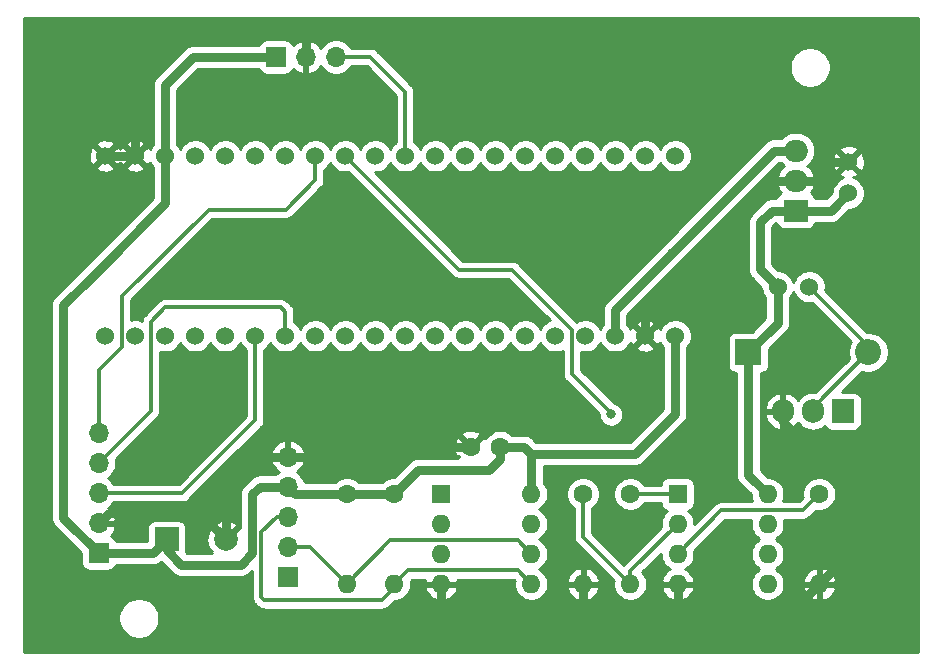
<source format=gtl>
G04 #@! TF.GenerationSoftware,KiCad,Pcbnew,(5.1.9)-1*
G04 #@! TF.CreationDate,2021-07-28T14:53:51+01:00*
G04 #@! TF.ProjectId,Autocroft_node,4175746f-6372-46f6-9674-5f6e6f64652e,rev?*
G04 #@! TF.SameCoordinates,Original*
G04 #@! TF.FileFunction,Copper,L1,Top*
G04 #@! TF.FilePolarity,Positive*
%FSLAX46Y46*%
G04 Gerber Fmt 4.6, Leading zero omitted, Abs format (unit mm)*
G04 Created by KiCad (PCBNEW (5.1.9)-1) date 2021-07-28 14:53:51*
%MOMM*%
%LPD*%
G01*
G04 APERTURE LIST*
G04 #@! TA.AperFunction,ComponentPad*
%ADD10O,1.700000X1.700000*%
G04 #@! TD*
G04 #@! TA.AperFunction,ComponentPad*
%ADD11R,1.700000X1.700000*%
G04 #@! TD*
G04 #@! TA.AperFunction,ComponentPad*
%ADD12C,1.524000*%
G04 #@! TD*
G04 #@! TA.AperFunction,ComponentPad*
%ADD13R,2.000000X2.000000*%
G04 #@! TD*
G04 #@! TA.AperFunction,ComponentPad*
%ADD14C,2.000000*%
G04 #@! TD*
G04 #@! TA.AperFunction,ComponentPad*
%ADD15C,1.600000*%
G04 #@! TD*
G04 #@! TA.AperFunction,ComponentPad*
%ADD16R,2.200000X2.200000*%
G04 #@! TD*
G04 #@! TA.AperFunction,ComponentPad*
%ADD17O,2.200000X2.200000*%
G04 #@! TD*
G04 #@! TA.AperFunction,ComponentPad*
%ADD18R,1.905000X2.000000*%
G04 #@! TD*
G04 #@! TA.AperFunction,ComponentPad*
%ADD19O,1.905000X2.000000*%
G04 #@! TD*
G04 #@! TA.AperFunction,ComponentPad*
%ADD20O,1.600000X1.600000*%
G04 #@! TD*
G04 #@! TA.AperFunction,ComponentPad*
%ADD21O,2.000000X1.905000*%
G04 #@! TD*
G04 #@! TA.AperFunction,ComponentPad*
%ADD22R,2.000000X1.905000*%
G04 #@! TD*
G04 #@! TA.AperFunction,ComponentPad*
%ADD23R,1.600000X1.600000*%
G04 #@! TD*
G04 #@! TA.AperFunction,ViaPad*
%ADD24C,0.800000*%
G04 #@! TD*
G04 #@! TA.AperFunction,Conductor*
%ADD25C,0.800000*%
G04 #@! TD*
G04 #@! TA.AperFunction,Conductor*
%ADD26C,0.300000*%
G04 #@! TD*
G04 #@! TA.AperFunction,Conductor*
%ADD27C,0.254000*%
G04 #@! TD*
G04 #@! TA.AperFunction,Conductor*
%ADD28C,0.100000*%
G04 #@! TD*
G04 APERTURE END LIST*
D10*
X137000000Y-75840000D03*
X137000000Y-78380000D03*
X137000000Y-80920000D03*
X137000000Y-83460000D03*
D11*
X137000000Y-86000000D03*
D12*
X200460000Y-52857000D03*
X200460000Y-55524000D03*
D13*
X142748000Y-84836000D03*
D14*
X147748000Y-84836000D03*
D15*
X171000000Y-77000000D03*
X168500000Y-77000000D03*
D16*
X192000000Y-69000000D03*
D17*
X202160000Y-69000000D03*
D11*
X152000000Y-44000000D03*
D10*
X154540000Y-44000000D03*
X157080000Y-44000000D03*
D11*
X153000000Y-88000000D03*
D10*
X153000000Y-85460000D03*
X153000000Y-82920000D03*
X153000000Y-80380000D03*
X153000000Y-77840000D03*
D12*
X137540000Y-67620000D03*
X140080000Y-67620000D03*
X142620000Y-67620000D03*
X145160000Y-67620000D03*
X147700000Y-67620000D03*
X150240000Y-67620000D03*
X152780000Y-67620000D03*
X155320000Y-67620000D03*
X157860000Y-67620000D03*
X160400000Y-67620000D03*
X162940000Y-67620000D03*
X165480000Y-67620000D03*
X168020000Y-67620000D03*
X170560000Y-67620000D03*
X173100000Y-67620000D03*
X175640000Y-67620000D03*
X178180000Y-67620000D03*
X180720000Y-67620000D03*
X183260000Y-67620000D03*
X185800000Y-67620000D03*
X185800000Y-52380000D03*
X183260000Y-52380000D03*
X180720000Y-52380000D03*
X178180000Y-52380000D03*
X175640000Y-52380000D03*
X173100000Y-52380000D03*
X170560000Y-52380000D03*
X168020000Y-52380000D03*
X165480000Y-52380000D03*
X162940000Y-52380000D03*
X160400000Y-52380000D03*
X157860000Y-52380000D03*
X155320000Y-52380000D03*
X152780000Y-52380000D03*
X150240000Y-52380000D03*
X147700000Y-52380000D03*
X145160000Y-52380000D03*
X142620000Y-52380000D03*
X140080000Y-52380000D03*
X137540000Y-52380000D03*
X194476000Y-63460000D03*
X197143000Y-63460000D03*
D18*
X200000000Y-74000000D03*
D19*
X197460000Y-74000000D03*
X194920000Y-74000000D03*
D15*
X158000000Y-81000000D03*
D20*
X158000000Y-88620000D03*
X162000000Y-88620000D03*
D15*
X162000000Y-81000000D03*
X198000000Y-81000000D03*
D20*
X198000000Y-88620000D03*
D15*
X182000000Y-81000000D03*
D20*
X182000000Y-88620000D03*
X178000000Y-88620000D03*
D15*
X178000000Y-81000000D03*
D21*
X196000000Y-51920000D03*
X196000000Y-54460000D03*
D22*
X196000000Y-57000000D03*
D20*
X193620000Y-81000000D03*
X186000000Y-88620000D03*
X193620000Y-83540000D03*
X186000000Y-86080000D03*
X193620000Y-86080000D03*
X186000000Y-83540000D03*
X193620000Y-88620000D03*
D23*
X186000000Y-81000000D03*
X166000000Y-81000000D03*
D20*
X173620000Y-88620000D03*
X166000000Y-83540000D03*
X173620000Y-86080000D03*
X166000000Y-86080000D03*
X173620000Y-83540000D03*
X166000000Y-88620000D03*
X173620000Y-81000000D03*
D24*
X134000000Y-44000000D03*
X204000000Y-92000000D03*
X150000000Y-60000000D03*
X169000000Y-45000000D03*
X146000000Y-76000000D03*
X185560000Y-60560000D03*
X180385720Y-74254360D03*
D25*
X196000000Y-54460000D02*
X197540000Y-54460000D01*
X199143000Y-52857000D02*
X200460000Y-52857000D01*
X197540000Y-54460000D02*
X199143000Y-52857000D01*
X183260000Y-65400000D02*
X183260000Y-67620000D01*
X194200000Y-54460000D02*
X183260000Y-65400000D01*
X196000000Y-54460000D02*
X194200000Y-54460000D01*
X194920000Y-74000000D02*
X195000000Y-74000000D01*
X194920000Y-74000000D02*
X194920000Y-74920000D01*
X194920000Y-74920000D02*
X200000000Y-80000000D01*
X200000000Y-86620000D02*
X198000000Y-88620000D01*
X200000000Y-80000000D02*
X200000000Y-86620000D01*
X186000000Y-88620000D02*
X186000000Y-91000000D01*
X186000000Y-91000000D02*
X187000000Y-92000000D01*
X194620000Y-92000000D02*
X198000000Y-88620000D01*
X187000000Y-92000000D02*
X194620000Y-92000000D01*
X178000000Y-88620000D02*
X178000000Y-90000000D01*
X178020001Y-90020001D02*
X178020001Y-91020001D01*
X178000000Y-90000000D02*
X178020001Y-90020001D01*
X179000000Y-92000000D02*
X187000000Y-92000000D01*
X178020001Y-91020001D02*
X179000000Y-92000000D01*
X166000000Y-88620000D02*
X166000000Y-91000000D01*
X167000000Y-92000000D02*
X179000000Y-92000000D01*
X166000000Y-91000000D02*
X167000000Y-92000000D01*
X154540000Y-44000000D02*
X154540000Y-42540000D01*
X154540000Y-42540000D02*
X153000000Y-41000000D01*
X153000000Y-41000000D02*
X143000000Y-41000000D01*
X140080000Y-43920000D02*
X140080000Y-52380000D01*
X143000000Y-41000000D02*
X140080000Y-43920000D01*
X137540000Y-52380000D02*
X140080000Y-52380000D01*
X145522001Y-82610001D02*
X147748000Y-84836000D01*
X137849999Y-82610001D02*
X145522001Y-82610001D01*
X137000000Y-83460000D02*
X137849999Y-82610001D01*
X153000000Y-77840000D02*
X150160000Y-77840000D01*
X147748000Y-80252000D02*
X147748000Y-84836000D01*
X150160000Y-77840000D02*
X147748000Y-80252000D01*
X153000000Y-77840000D02*
X160160000Y-77840000D01*
X161000000Y-77000000D02*
X168500000Y-77000000D01*
X160160000Y-77840000D02*
X161000000Y-77000000D01*
X198984000Y-57000000D02*
X200460000Y-55524000D01*
X196000000Y-57000000D02*
X198984000Y-57000000D01*
X196000000Y-57000000D02*
X194000000Y-57000000D01*
X193000000Y-61984000D02*
X194476000Y-63460000D01*
X193000000Y-58000000D02*
X193000000Y-61984000D01*
X194000000Y-57000000D02*
X193000000Y-58000000D01*
X194476000Y-66524000D02*
X192000000Y-69000000D01*
X194476000Y-63460000D02*
X194476000Y-66524000D01*
X192000000Y-79380000D02*
X193620000Y-81000000D01*
X192000000Y-69000000D02*
X192000000Y-79380000D01*
X158000000Y-81000000D02*
X162000000Y-81000000D01*
X153620000Y-81000000D02*
X153000000Y-80380000D01*
X152000000Y-44000000D02*
X145000000Y-44000000D01*
X142620000Y-46380000D02*
X142620000Y-52380000D01*
X145000000Y-44000000D02*
X142620000Y-46380000D01*
X142620000Y-52380000D02*
X142620000Y-56380000D01*
X142620000Y-56380000D02*
X136500000Y-62500000D01*
X134000000Y-83000000D02*
X137000000Y-86000000D01*
X134000000Y-65000000D02*
X134000000Y-83000000D01*
X158000000Y-81000000D02*
X153620000Y-81000000D01*
X142748000Y-85748000D02*
X142748000Y-84836000D01*
X144000000Y-87000000D02*
X142748000Y-85748000D01*
X149000000Y-87000000D02*
X144000000Y-87000000D01*
X150000000Y-86000000D02*
X149000000Y-87000000D01*
X150000000Y-81000000D02*
X150000000Y-86000000D01*
X150620000Y-80380000D02*
X150000000Y-81000000D01*
X153000000Y-80380000D02*
X150620000Y-80380000D01*
X171000000Y-77000000D02*
X173000000Y-77000000D01*
X173620000Y-77620000D02*
X173620000Y-81000000D01*
X173000000Y-77000000D02*
X173620000Y-77620000D01*
X162000000Y-81000000D02*
X164000000Y-79000000D01*
X164000000Y-79000000D02*
X170000000Y-79000000D01*
X171000000Y-78000000D02*
X171000000Y-77000000D01*
X170000000Y-79000000D02*
X171000000Y-78000000D01*
X185800000Y-67620000D02*
X185800000Y-74200000D01*
X182380000Y-77620000D02*
X173620000Y-77620000D01*
X185800000Y-74200000D02*
X182380000Y-77620000D01*
X141584000Y-86000000D02*
X142748000Y-84836000D01*
X137000000Y-86000000D02*
X141584000Y-86000000D01*
X136500000Y-62500000D02*
X134000000Y-65000000D01*
D26*
X202160000Y-68477000D02*
X202160000Y-69000000D01*
X197143000Y-63460000D02*
X202160000Y-68477000D01*
X197460000Y-73700000D02*
X197460000Y-74000000D01*
X202160000Y-69000000D02*
X197460000Y-73700000D01*
X157080000Y-44000000D02*
X160000000Y-44000000D01*
X162940000Y-46940000D02*
X162940000Y-52380000D01*
X160000000Y-44000000D02*
X162940000Y-46940000D01*
X172469999Y-84929999D02*
X173620000Y-86080000D01*
X161690001Y-84929999D02*
X172469999Y-84929999D01*
X158000000Y-88620000D02*
X161690001Y-84929999D01*
X154840000Y-85460000D02*
X158000000Y-88620000D01*
X153000000Y-85460000D02*
X154840000Y-85460000D01*
X172469999Y-87469999D02*
X173620000Y-88620000D01*
X163150001Y-87469999D02*
X172469999Y-87469999D01*
X162000000Y-88620000D02*
X163150001Y-87469999D01*
X153000000Y-82920000D02*
X152080000Y-82920000D01*
X150750010Y-84249990D02*
X150750010Y-89750010D01*
X152080000Y-82920000D02*
X150750010Y-84249990D01*
X150750010Y-89750010D02*
X151000000Y-90000000D01*
X151000000Y-90000000D02*
X161000000Y-90000000D01*
X161000000Y-90000000D02*
X162000000Y-89000000D01*
X162000000Y-89000000D02*
X162000000Y-88620000D01*
X150240000Y-67620000D02*
X150240000Y-74760000D01*
X144080000Y-80920000D02*
X137000000Y-80920000D01*
X150240000Y-74760000D02*
X144080000Y-80920000D01*
X152400000Y-65200000D02*
X152780000Y-65580000D01*
X142600000Y-65200000D02*
X152400000Y-65200000D01*
X152780000Y-65580000D02*
X152780000Y-67620000D01*
X141400000Y-66400000D02*
X142600000Y-65200000D01*
X141400000Y-73980000D02*
X141400000Y-66400000D01*
X137000000Y-78380000D02*
X141400000Y-73980000D01*
D25*
X180720000Y-65400000D02*
X180720000Y-67620000D01*
X194200000Y-51920000D02*
X185560000Y-60560000D01*
X196000000Y-51920000D02*
X194200000Y-51920000D01*
X185560000Y-60560000D02*
X180720000Y-65400000D01*
D26*
X196610001Y-82389999D02*
X198000000Y-81000000D01*
X189690001Y-82389999D02*
X196610001Y-82389999D01*
X186000000Y-86080000D02*
X189690001Y-82389999D01*
X157860000Y-52380000D02*
X167504260Y-62024260D01*
X177067999Y-67086239D02*
X177067999Y-70835039D01*
X172006020Y-62024260D02*
X177067999Y-67086239D01*
X167504260Y-62024260D02*
X172006020Y-62024260D01*
X180385720Y-74152760D02*
X180385720Y-74254360D01*
X177067999Y-70835039D02*
X180385720Y-74152760D01*
X182000000Y-81000000D02*
X186000000Y-81000000D01*
X182000000Y-87540000D02*
X186000000Y-83540000D01*
X182000000Y-88620000D02*
X182000000Y-87540000D01*
X178000000Y-84620000D02*
X182000000Y-88620000D01*
X178000000Y-81000000D02*
X178000000Y-84620000D01*
X137000000Y-75840000D02*
X137000000Y-70528160D01*
X138967999Y-68560161D02*
X138967999Y-64247241D01*
X137000000Y-70528160D02*
X138967999Y-68560161D01*
X138967999Y-64247241D02*
X146298920Y-56916320D01*
X146298920Y-56916320D02*
X152841960Y-56916320D01*
X155320000Y-54438280D02*
X155320000Y-52380000D01*
X152841960Y-56916320D02*
X155320000Y-54438280D01*
D27*
X206340001Y-94340000D02*
X130660000Y-94340000D01*
X130660000Y-91360557D01*
X138653340Y-91360557D01*
X138653340Y-91702323D01*
X138720015Y-92037521D01*
X138850803Y-92353271D01*
X139040677Y-92637438D01*
X139282342Y-92879103D01*
X139566509Y-93068977D01*
X139882259Y-93199765D01*
X140217457Y-93266440D01*
X140559223Y-93266440D01*
X140894421Y-93199765D01*
X141210171Y-93068977D01*
X141494338Y-92879103D01*
X141736003Y-92637438D01*
X141925877Y-92353271D01*
X142056665Y-92037521D01*
X142123340Y-91702323D01*
X142123340Y-91360557D01*
X142056665Y-91025359D01*
X141925877Y-90709609D01*
X141736003Y-90425442D01*
X141494338Y-90183777D01*
X141210171Y-89993903D01*
X140894421Y-89863115D01*
X140559223Y-89796440D01*
X140217457Y-89796440D01*
X139882259Y-89863115D01*
X139566509Y-89993903D01*
X139282342Y-90183777D01*
X139040677Y-90425442D01*
X138850803Y-90709609D01*
X138720015Y-91025359D01*
X138653340Y-91360557D01*
X130660000Y-91360557D01*
X130660000Y-65000000D01*
X132959994Y-65000000D01*
X132965000Y-65050828D01*
X132965001Y-82949162D01*
X132959994Y-83000000D01*
X132979977Y-83202895D01*
X133039160Y-83397993D01*
X133135266Y-83577797D01*
X133230540Y-83693888D01*
X133264605Y-83735396D01*
X133304092Y-83767802D01*
X135511928Y-85975639D01*
X135511928Y-86850000D01*
X135524188Y-86974482D01*
X135560498Y-87094180D01*
X135619463Y-87204494D01*
X135698815Y-87301185D01*
X135795506Y-87380537D01*
X135905820Y-87439502D01*
X136025518Y-87475812D01*
X136150000Y-87488072D01*
X137850000Y-87488072D01*
X137974482Y-87475812D01*
X138094180Y-87439502D01*
X138204494Y-87380537D01*
X138301185Y-87301185D01*
X138380537Y-87204494D01*
X138439502Y-87094180D01*
X138457454Y-87035000D01*
X141533172Y-87035000D01*
X141584000Y-87040006D01*
X141634828Y-87035000D01*
X141634838Y-87035000D01*
X141786895Y-87020024D01*
X141981993Y-86960841D01*
X142161797Y-86864734D01*
X142293191Y-86756902D01*
X143232197Y-87695908D01*
X143264604Y-87735396D01*
X143304092Y-87767803D01*
X143422202Y-87864734D01*
X143503580Y-87908231D01*
X143602007Y-87960841D01*
X143797105Y-88020024D01*
X143949162Y-88035000D01*
X143949171Y-88035000D01*
X143999999Y-88040006D01*
X144050827Y-88035000D01*
X148949172Y-88035000D01*
X149000000Y-88040006D01*
X149050828Y-88035000D01*
X149050838Y-88035000D01*
X149202895Y-88020024D01*
X149397993Y-87960841D01*
X149577797Y-87864734D01*
X149735396Y-87735396D01*
X149767807Y-87695903D01*
X149965011Y-87498700D01*
X149965011Y-89711447D01*
X149961213Y-89750010D01*
X149976369Y-89903896D01*
X150021256Y-90051869D01*
X150021257Y-90051870D01*
X150094149Y-90188243D01*
X150134700Y-90237654D01*
X150167665Y-90277822D01*
X150167669Y-90277826D01*
X150192247Y-90307774D01*
X150222195Y-90332352D01*
X150417653Y-90527810D01*
X150442236Y-90557764D01*
X150561767Y-90655862D01*
X150698140Y-90728754D01*
X150818175Y-90765166D01*
X150846112Y-90773641D01*
X150860490Y-90775057D01*
X150961439Y-90785000D01*
X150961446Y-90785000D01*
X150999999Y-90788797D01*
X151038552Y-90785000D01*
X160961447Y-90785000D01*
X161000000Y-90788797D01*
X161038553Y-90785000D01*
X161038561Y-90785000D01*
X161153887Y-90773641D01*
X161301860Y-90728754D01*
X161438233Y-90655862D01*
X161557764Y-90557764D01*
X161582347Y-90527810D01*
X162055157Y-90055000D01*
X162141335Y-90055000D01*
X162418574Y-89999853D01*
X162679727Y-89891680D01*
X162914759Y-89734637D01*
X163114637Y-89534759D01*
X163271680Y-89299727D01*
X163379853Y-89038574D01*
X163393684Y-88969039D01*
X164608096Y-88969039D01*
X164648754Y-89103087D01*
X164768963Y-89357420D01*
X164936481Y-89583414D01*
X165144869Y-89772385D01*
X165386119Y-89917070D01*
X165650960Y-90011909D01*
X165873000Y-89890624D01*
X165873000Y-88747000D01*
X166127000Y-88747000D01*
X166127000Y-89890624D01*
X166349040Y-90011909D01*
X166613881Y-89917070D01*
X166855131Y-89772385D01*
X167063519Y-89583414D01*
X167231037Y-89357420D01*
X167351246Y-89103087D01*
X167391904Y-88969039D01*
X167269915Y-88747000D01*
X166127000Y-88747000D01*
X165873000Y-88747000D01*
X164730085Y-88747000D01*
X164608096Y-88969039D01*
X163393684Y-88969039D01*
X163435000Y-88761335D01*
X163435000Y-88478665D01*
X163404554Y-88325604D01*
X163475159Y-88254999D01*
X164612937Y-88254999D01*
X164608096Y-88270961D01*
X164730085Y-88493000D01*
X165873000Y-88493000D01*
X165873000Y-88473000D01*
X166127000Y-88473000D01*
X166127000Y-88493000D01*
X167269915Y-88493000D01*
X167391904Y-88270961D01*
X167387063Y-88254999D01*
X172144842Y-88254999D01*
X172215446Y-88325604D01*
X172185000Y-88478665D01*
X172185000Y-88761335D01*
X172240147Y-89038574D01*
X172348320Y-89299727D01*
X172505363Y-89534759D01*
X172705241Y-89734637D01*
X172940273Y-89891680D01*
X173201426Y-89999853D01*
X173478665Y-90055000D01*
X173761335Y-90055000D01*
X174038574Y-89999853D01*
X174299727Y-89891680D01*
X174534759Y-89734637D01*
X174734637Y-89534759D01*
X174891680Y-89299727D01*
X174999853Y-89038574D01*
X175013684Y-88969040D01*
X176608091Y-88969040D01*
X176702930Y-89233881D01*
X176847615Y-89475131D01*
X177036586Y-89683519D01*
X177262580Y-89851037D01*
X177516913Y-89971246D01*
X177650961Y-90011904D01*
X177873000Y-89889915D01*
X177873000Y-88747000D01*
X178127000Y-88747000D01*
X178127000Y-89889915D01*
X178349039Y-90011904D01*
X178483087Y-89971246D01*
X178737420Y-89851037D01*
X178963414Y-89683519D01*
X179152385Y-89475131D01*
X179297070Y-89233881D01*
X179391909Y-88969040D01*
X179270624Y-88747000D01*
X178127000Y-88747000D01*
X177873000Y-88747000D01*
X176729376Y-88747000D01*
X176608091Y-88969040D01*
X175013684Y-88969040D01*
X175055000Y-88761335D01*
X175055000Y-88478665D01*
X175013685Y-88270960D01*
X176608091Y-88270960D01*
X176729376Y-88493000D01*
X177873000Y-88493000D01*
X177873000Y-87350085D01*
X178127000Y-87350085D01*
X178127000Y-88493000D01*
X179270624Y-88493000D01*
X179391909Y-88270960D01*
X179297070Y-88006119D01*
X179152385Y-87764869D01*
X178963414Y-87556481D01*
X178737420Y-87388963D01*
X178483087Y-87268754D01*
X178349039Y-87228096D01*
X178127000Y-87350085D01*
X177873000Y-87350085D01*
X177650961Y-87228096D01*
X177516913Y-87268754D01*
X177262580Y-87388963D01*
X177036586Y-87556481D01*
X176847615Y-87764869D01*
X176702930Y-88006119D01*
X176608091Y-88270960D01*
X175013685Y-88270960D01*
X174999853Y-88201426D01*
X174891680Y-87940273D01*
X174734637Y-87705241D01*
X174534759Y-87505363D01*
X174302241Y-87350000D01*
X174534759Y-87194637D01*
X174734637Y-86994759D01*
X174891680Y-86759727D01*
X174999853Y-86498574D01*
X175055000Y-86221335D01*
X175055000Y-85938665D01*
X174999853Y-85661426D01*
X174891680Y-85400273D01*
X174734637Y-85165241D01*
X174534759Y-84965363D01*
X174302241Y-84810000D01*
X174534759Y-84654637D01*
X174734637Y-84454759D01*
X174891680Y-84219727D01*
X174999853Y-83958574D01*
X175055000Y-83681335D01*
X175055000Y-83398665D01*
X174999853Y-83121426D01*
X174891680Y-82860273D01*
X174734637Y-82625241D01*
X174534759Y-82425363D01*
X174302241Y-82270000D01*
X174534759Y-82114637D01*
X174734637Y-81914759D01*
X174891680Y-81679727D01*
X174999853Y-81418574D01*
X175055000Y-81141335D01*
X175055000Y-80858665D01*
X176565000Y-80858665D01*
X176565000Y-81141335D01*
X176620147Y-81418574D01*
X176728320Y-81679727D01*
X176885363Y-81914759D01*
X177085241Y-82114637D01*
X177215000Y-82201339D01*
X177215001Y-84581437D01*
X177211203Y-84620000D01*
X177226359Y-84773886D01*
X177271246Y-84921859D01*
X177299651Y-84975000D01*
X177344139Y-85058233D01*
X177365193Y-85083887D01*
X177417655Y-85147812D01*
X177417659Y-85147816D01*
X177442237Y-85177764D01*
X177472185Y-85202342D01*
X180595446Y-88325604D01*
X180565000Y-88478665D01*
X180565000Y-88761335D01*
X180620147Y-89038574D01*
X180728320Y-89299727D01*
X180885363Y-89534759D01*
X181085241Y-89734637D01*
X181320273Y-89891680D01*
X181581426Y-89999853D01*
X181858665Y-90055000D01*
X182141335Y-90055000D01*
X182418574Y-89999853D01*
X182679727Y-89891680D01*
X182914759Y-89734637D01*
X183114637Y-89534759D01*
X183271680Y-89299727D01*
X183379853Y-89038574D01*
X183393684Y-88969039D01*
X184608096Y-88969039D01*
X184648754Y-89103087D01*
X184768963Y-89357420D01*
X184936481Y-89583414D01*
X185144869Y-89772385D01*
X185386119Y-89917070D01*
X185650960Y-90011909D01*
X185873000Y-89890624D01*
X185873000Y-88747000D01*
X186127000Y-88747000D01*
X186127000Y-89890624D01*
X186349040Y-90011909D01*
X186613881Y-89917070D01*
X186855131Y-89772385D01*
X187063519Y-89583414D01*
X187231037Y-89357420D01*
X187351246Y-89103087D01*
X187391904Y-88969039D01*
X187269915Y-88747000D01*
X186127000Y-88747000D01*
X185873000Y-88747000D01*
X184730085Y-88747000D01*
X184608096Y-88969039D01*
X183393684Y-88969039D01*
X183435000Y-88761335D01*
X183435000Y-88478665D01*
X183379853Y-88201426D01*
X183271680Y-87940273D01*
X183114637Y-87705241D01*
X183029777Y-87620381D01*
X184565000Y-86085158D01*
X184565000Y-86221335D01*
X184620147Y-86498574D01*
X184728320Y-86759727D01*
X184885363Y-86994759D01*
X185085241Y-87194637D01*
X185320273Y-87351680D01*
X185330865Y-87356067D01*
X185144869Y-87467615D01*
X184936481Y-87656586D01*
X184768963Y-87882580D01*
X184648754Y-88136913D01*
X184608096Y-88270961D01*
X184730085Y-88493000D01*
X185873000Y-88493000D01*
X185873000Y-88473000D01*
X186127000Y-88473000D01*
X186127000Y-88493000D01*
X187269915Y-88493000D01*
X187391904Y-88270961D01*
X187351246Y-88136913D01*
X187231037Y-87882580D01*
X187063519Y-87656586D01*
X186855131Y-87467615D01*
X186669135Y-87356067D01*
X186679727Y-87351680D01*
X186914759Y-87194637D01*
X187114637Y-86994759D01*
X187271680Y-86759727D01*
X187379853Y-86498574D01*
X187435000Y-86221335D01*
X187435000Y-85938665D01*
X187404554Y-85785603D01*
X190015159Y-83174999D01*
X192229491Y-83174999D01*
X192185000Y-83398665D01*
X192185000Y-83681335D01*
X192240147Y-83958574D01*
X192348320Y-84219727D01*
X192505363Y-84454759D01*
X192705241Y-84654637D01*
X192937759Y-84810000D01*
X192705241Y-84965363D01*
X192505363Y-85165241D01*
X192348320Y-85400273D01*
X192240147Y-85661426D01*
X192185000Y-85938665D01*
X192185000Y-86221335D01*
X192240147Y-86498574D01*
X192348320Y-86759727D01*
X192505363Y-86994759D01*
X192705241Y-87194637D01*
X192937759Y-87350000D01*
X192705241Y-87505363D01*
X192505363Y-87705241D01*
X192348320Y-87940273D01*
X192240147Y-88201426D01*
X192185000Y-88478665D01*
X192185000Y-88761335D01*
X192240147Y-89038574D01*
X192348320Y-89299727D01*
X192505363Y-89534759D01*
X192705241Y-89734637D01*
X192940273Y-89891680D01*
X193201426Y-89999853D01*
X193478665Y-90055000D01*
X193761335Y-90055000D01*
X194038574Y-89999853D01*
X194299727Y-89891680D01*
X194534759Y-89734637D01*
X194734637Y-89534759D01*
X194891680Y-89299727D01*
X194999853Y-89038574D01*
X195013684Y-88969040D01*
X196608091Y-88969040D01*
X196702930Y-89233881D01*
X196847615Y-89475131D01*
X197036586Y-89683519D01*
X197262580Y-89851037D01*
X197516913Y-89971246D01*
X197650961Y-90011904D01*
X197873000Y-89889915D01*
X197873000Y-88747000D01*
X198127000Y-88747000D01*
X198127000Y-89889915D01*
X198349039Y-90011904D01*
X198483087Y-89971246D01*
X198737420Y-89851037D01*
X198963414Y-89683519D01*
X199152385Y-89475131D01*
X199297070Y-89233881D01*
X199391909Y-88969040D01*
X199270624Y-88747000D01*
X198127000Y-88747000D01*
X197873000Y-88747000D01*
X196729376Y-88747000D01*
X196608091Y-88969040D01*
X195013684Y-88969040D01*
X195055000Y-88761335D01*
X195055000Y-88478665D01*
X195013685Y-88270960D01*
X196608091Y-88270960D01*
X196729376Y-88493000D01*
X197873000Y-88493000D01*
X197873000Y-87350085D01*
X198127000Y-87350085D01*
X198127000Y-88493000D01*
X199270624Y-88493000D01*
X199391909Y-88270960D01*
X199297070Y-88006119D01*
X199152385Y-87764869D01*
X198963414Y-87556481D01*
X198737420Y-87388963D01*
X198483087Y-87268754D01*
X198349039Y-87228096D01*
X198127000Y-87350085D01*
X197873000Y-87350085D01*
X197650961Y-87228096D01*
X197516913Y-87268754D01*
X197262580Y-87388963D01*
X197036586Y-87556481D01*
X196847615Y-87764869D01*
X196702930Y-88006119D01*
X196608091Y-88270960D01*
X195013685Y-88270960D01*
X194999853Y-88201426D01*
X194891680Y-87940273D01*
X194734637Y-87705241D01*
X194534759Y-87505363D01*
X194302241Y-87350000D01*
X194534759Y-87194637D01*
X194734637Y-86994759D01*
X194891680Y-86759727D01*
X194999853Y-86498574D01*
X195055000Y-86221335D01*
X195055000Y-85938665D01*
X194999853Y-85661426D01*
X194891680Y-85400273D01*
X194734637Y-85165241D01*
X194534759Y-84965363D01*
X194302241Y-84810000D01*
X194534759Y-84654637D01*
X194734637Y-84454759D01*
X194891680Y-84219727D01*
X194999853Y-83958574D01*
X195055000Y-83681335D01*
X195055000Y-83398665D01*
X195010509Y-83174999D01*
X196571448Y-83174999D01*
X196610001Y-83178796D01*
X196648554Y-83174999D01*
X196648562Y-83174999D01*
X196763888Y-83163640D01*
X196911861Y-83118753D01*
X197048234Y-83045861D01*
X197167765Y-82947763D01*
X197192348Y-82917809D01*
X197705604Y-82404554D01*
X197858665Y-82435000D01*
X198141335Y-82435000D01*
X198418574Y-82379853D01*
X198679727Y-82271680D01*
X198914759Y-82114637D01*
X199114637Y-81914759D01*
X199271680Y-81679727D01*
X199379853Y-81418574D01*
X199435000Y-81141335D01*
X199435000Y-80858665D01*
X199379853Y-80581426D01*
X199271680Y-80320273D01*
X199114637Y-80085241D01*
X198914759Y-79885363D01*
X198679727Y-79728320D01*
X198418574Y-79620147D01*
X198141335Y-79565000D01*
X197858665Y-79565000D01*
X197581426Y-79620147D01*
X197320273Y-79728320D01*
X197085241Y-79885363D01*
X196885363Y-80085241D01*
X196728320Y-80320273D01*
X196620147Y-80581426D01*
X196565000Y-80858665D01*
X196565000Y-81141335D01*
X196595446Y-81294396D01*
X196284844Y-81604999D01*
X194922633Y-81604999D01*
X194999853Y-81418574D01*
X195055000Y-81141335D01*
X195055000Y-80858665D01*
X194999853Y-80581426D01*
X194891680Y-80320273D01*
X194734637Y-80085241D01*
X194534759Y-79885363D01*
X194299727Y-79728320D01*
X194038574Y-79620147D01*
X193761335Y-79565000D01*
X193648711Y-79565000D01*
X193035000Y-78951290D01*
X193035000Y-74373863D01*
X193367622Y-74373863D01*
X193461121Y-74670446D01*
X193610684Y-74943089D01*
X193810563Y-75181315D01*
X194053077Y-75375969D01*
X194328906Y-75519571D01*
X194547020Y-75590563D01*
X194793000Y-75470594D01*
X194793000Y-74127000D01*
X193494430Y-74127000D01*
X193367622Y-74373863D01*
X193035000Y-74373863D01*
X193035000Y-73626137D01*
X193367622Y-73626137D01*
X193494430Y-73873000D01*
X194793000Y-73873000D01*
X194793000Y-72529406D01*
X194547020Y-72409437D01*
X194328906Y-72480429D01*
X194053077Y-72624031D01*
X193810563Y-72818685D01*
X193610684Y-73056911D01*
X193461121Y-73329554D01*
X193367622Y-73626137D01*
X193035000Y-73626137D01*
X193035000Y-70738072D01*
X193100000Y-70738072D01*
X193224482Y-70725812D01*
X193344180Y-70689502D01*
X193454494Y-70630537D01*
X193551185Y-70551185D01*
X193630537Y-70454494D01*
X193689502Y-70344180D01*
X193725812Y-70224482D01*
X193738072Y-70100000D01*
X193738072Y-68725638D01*
X195171908Y-67291803D01*
X195211396Y-67259396D01*
X195275104Y-67181768D01*
X195340734Y-67101798D01*
X195431304Y-66932352D01*
X195436841Y-66921993D01*
X195496024Y-66726895D01*
X195511000Y-66574838D01*
X195511000Y-66574835D01*
X195516007Y-66524000D01*
X195511000Y-66473165D01*
X195511000Y-64400655D01*
X195561120Y-64350535D01*
X195714005Y-64121727D01*
X195809500Y-63891183D01*
X195904995Y-64121727D01*
X196057880Y-64350535D01*
X196252465Y-64545120D01*
X196481273Y-64698005D01*
X196735510Y-64803314D01*
X197005408Y-64857000D01*
X197280592Y-64857000D01*
X197405081Y-64832238D01*
X200673952Y-68101110D01*
X200622463Y-68178169D01*
X200491675Y-68493919D01*
X200425000Y-68829117D01*
X200425000Y-69170883D01*
X200491675Y-69506081D01*
X200506931Y-69542912D01*
X197671676Y-72378167D01*
X197460000Y-72357319D01*
X197148797Y-72387970D01*
X196849552Y-72478745D01*
X196573766Y-72626155D01*
X196332037Y-72824537D01*
X196184837Y-73003899D01*
X196029437Y-72818685D01*
X195786923Y-72624031D01*
X195511094Y-72480429D01*
X195292980Y-72409437D01*
X195047000Y-72529406D01*
X195047000Y-73873000D01*
X195067000Y-73873000D01*
X195067000Y-74127000D01*
X195047000Y-74127000D01*
X195047000Y-75470594D01*
X195292980Y-75590563D01*
X195511094Y-75519571D01*
X195786923Y-75375969D01*
X196029437Y-75181315D01*
X196184838Y-74996100D01*
X196332037Y-75175463D01*
X196573765Y-75373845D01*
X196849551Y-75521255D01*
X197148796Y-75612030D01*
X197460000Y-75642681D01*
X197771203Y-75612030D01*
X198070448Y-75521255D01*
X198346234Y-75373845D01*
X198472095Y-75270553D01*
X198516963Y-75354494D01*
X198596315Y-75451185D01*
X198693006Y-75530537D01*
X198803320Y-75589502D01*
X198923018Y-75625812D01*
X199047500Y-75638072D01*
X200952500Y-75638072D01*
X201076982Y-75625812D01*
X201196680Y-75589502D01*
X201306994Y-75530537D01*
X201403685Y-75451185D01*
X201483037Y-75354494D01*
X201542002Y-75244180D01*
X201578312Y-75124482D01*
X201590572Y-75000000D01*
X201590572Y-73000000D01*
X201578312Y-72875518D01*
X201542002Y-72755820D01*
X201483037Y-72645506D01*
X201403685Y-72548815D01*
X201306994Y-72469463D01*
X201196680Y-72410498D01*
X201076982Y-72374188D01*
X200952500Y-72361928D01*
X199908229Y-72361928D01*
X201617088Y-70653069D01*
X201653919Y-70668325D01*
X201989117Y-70735000D01*
X202330883Y-70735000D01*
X202666081Y-70668325D01*
X202981831Y-70537537D01*
X203265998Y-70347663D01*
X203507663Y-70105998D01*
X203697537Y-69821831D01*
X203828325Y-69506081D01*
X203895000Y-69170883D01*
X203895000Y-68829117D01*
X203828325Y-68493919D01*
X203697537Y-68178169D01*
X203507663Y-67894002D01*
X203265998Y-67652337D01*
X202981831Y-67462463D01*
X202666081Y-67331675D01*
X202330883Y-67265000D01*
X202058158Y-67265000D01*
X198515238Y-63722081D01*
X198540000Y-63597592D01*
X198540000Y-63322408D01*
X198486314Y-63052510D01*
X198381005Y-62798273D01*
X198228120Y-62569465D01*
X198033535Y-62374880D01*
X197804727Y-62221995D01*
X197550490Y-62116686D01*
X197280592Y-62063000D01*
X197005408Y-62063000D01*
X196735510Y-62116686D01*
X196481273Y-62221995D01*
X196252465Y-62374880D01*
X196057880Y-62569465D01*
X195904995Y-62798273D01*
X195809500Y-63028817D01*
X195714005Y-62798273D01*
X195561120Y-62569465D01*
X195366535Y-62374880D01*
X195137727Y-62221995D01*
X194883490Y-62116686D01*
X194613592Y-62063000D01*
X194542711Y-62063000D01*
X194035000Y-61555290D01*
X194035000Y-58428710D01*
X194377107Y-58086604D01*
X194410498Y-58196680D01*
X194469463Y-58306994D01*
X194548815Y-58403685D01*
X194645506Y-58483037D01*
X194755820Y-58542002D01*
X194875518Y-58578312D01*
X195000000Y-58590572D01*
X197000000Y-58590572D01*
X197124482Y-58578312D01*
X197244180Y-58542002D01*
X197354494Y-58483037D01*
X197451185Y-58403685D01*
X197530537Y-58306994D01*
X197589502Y-58196680D01*
X197625812Y-58076982D01*
X197629947Y-58035000D01*
X198933172Y-58035000D01*
X198984000Y-58040006D01*
X199034828Y-58035000D01*
X199034838Y-58035000D01*
X199186895Y-58020024D01*
X199381993Y-57960841D01*
X199561797Y-57864734D01*
X199719396Y-57735396D01*
X199751807Y-57695903D01*
X200526711Y-56921000D01*
X200597592Y-56921000D01*
X200867490Y-56867314D01*
X201121727Y-56762005D01*
X201350535Y-56609120D01*
X201545120Y-56414535D01*
X201698005Y-56185727D01*
X201803314Y-55931490D01*
X201857000Y-55661592D01*
X201857000Y-55386408D01*
X201803314Y-55116510D01*
X201698005Y-54862273D01*
X201545120Y-54633465D01*
X201350535Y-54438880D01*
X201121727Y-54285995D01*
X200886090Y-54188390D01*
X201063023Y-54124636D01*
X201178980Y-54062656D01*
X201245960Y-53822565D01*
X200460000Y-53036605D01*
X199674040Y-53822565D01*
X199741020Y-54062656D01*
X199990048Y-54179756D01*
X200030516Y-54189796D01*
X199798273Y-54285995D01*
X199569465Y-54438880D01*
X199374880Y-54633465D01*
X199221995Y-54862273D01*
X199116686Y-55116510D01*
X199063000Y-55386408D01*
X199063000Y-55457289D01*
X198555290Y-55965000D01*
X197629947Y-55965000D01*
X197625812Y-55923018D01*
X197589502Y-55803320D01*
X197530537Y-55693006D01*
X197451185Y-55596315D01*
X197354494Y-55516963D01*
X197262781Y-55467941D01*
X197375969Y-55326923D01*
X197519571Y-55051094D01*
X197590563Y-54832980D01*
X197470594Y-54587000D01*
X196127000Y-54587000D01*
X196127000Y-54607000D01*
X195873000Y-54607000D01*
X195873000Y-54587000D01*
X194529406Y-54587000D01*
X194409437Y-54832980D01*
X194480429Y-55051094D01*
X194624031Y-55326923D01*
X194737219Y-55467941D01*
X194645506Y-55516963D01*
X194548815Y-55596315D01*
X194469463Y-55693006D01*
X194410498Y-55803320D01*
X194374188Y-55923018D01*
X194370053Y-55965000D01*
X194050835Y-55965000D01*
X194000000Y-55959993D01*
X193949165Y-55965000D01*
X193949162Y-55965000D01*
X193797105Y-55979976D01*
X193647415Y-56025385D01*
X193602006Y-56039159D01*
X193422202Y-56135266D01*
X193358475Y-56187566D01*
X193264604Y-56264604D01*
X193232197Y-56304092D01*
X192304097Y-57232193D01*
X192264604Y-57264604D01*
X192135266Y-57422203D01*
X192039159Y-57602008D01*
X191979976Y-57797106D01*
X191965000Y-57949163D01*
X191965000Y-57949172D01*
X191959994Y-58000000D01*
X191965000Y-58050828D01*
X191965001Y-61933162D01*
X191959994Y-61984000D01*
X191979977Y-62186895D01*
X192039160Y-62381993D01*
X192135266Y-62561797D01*
X192225054Y-62671203D01*
X192264605Y-62719396D01*
X192304092Y-62751802D01*
X193079000Y-63526711D01*
X193079000Y-63597592D01*
X193132686Y-63867490D01*
X193237995Y-64121727D01*
X193390880Y-64350535D01*
X193441000Y-64400655D01*
X193441001Y-66095288D01*
X192274362Y-67261928D01*
X190900000Y-67261928D01*
X190775518Y-67274188D01*
X190655820Y-67310498D01*
X190545506Y-67369463D01*
X190448815Y-67448815D01*
X190369463Y-67545506D01*
X190310498Y-67655820D01*
X190274188Y-67775518D01*
X190261928Y-67900000D01*
X190261928Y-70100000D01*
X190274188Y-70224482D01*
X190310498Y-70344180D01*
X190369463Y-70454494D01*
X190448815Y-70551185D01*
X190545506Y-70630537D01*
X190655820Y-70689502D01*
X190775518Y-70725812D01*
X190900000Y-70738072D01*
X190965000Y-70738072D01*
X190965001Y-79329162D01*
X190959994Y-79380000D01*
X190979977Y-79582895D01*
X191039160Y-79777993D01*
X191135266Y-79957797D01*
X191202039Y-80039159D01*
X191264605Y-80115396D01*
X191304092Y-80147802D01*
X192185000Y-81028711D01*
X192185000Y-81141335D01*
X192240147Y-81418574D01*
X192317367Y-81604999D01*
X189728553Y-81604999D01*
X189690000Y-81601202D01*
X189651447Y-81604999D01*
X189651440Y-81604999D01*
X189550491Y-81614942D01*
X189536113Y-81616358D01*
X189512863Y-81623411D01*
X189388141Y-81661245D01*
X189251768Y-81734137D01*
X189203633Y-81773641D01*
X189162188Y-81807654D01*
X189162185Y-81807657D01*
X189132237Y-81832235D01*
X189107659Y-81862183D01*
X187435000Y-83534842D01*
X187435000Y-83398665D01*
X187379853Y-83121426D01*
X187271680Y-82860273D01*
X187114637Y-82625241D01*
X186916039Y-82426643D01*
X186924482Y-82425812D01*
X187044180Y-82389502D01*
X187154494Y-82330537D01*
X187251185Y-82251185D01*
X187330537Y-82154494D01*
X187389502Y-82044180D01*
X187425812Y-81924482D01*
X187438072Y-81800000D01*
X187438072Y-80200000D01*
X187425812Y-80075518D01*
X187389502Y-79955820D01*
X187330537Y-79845506D01*
X187251185Y-79748815D01*
X187154494Y-79669463D01*
X187044180Y-79610498D01*
X186924482Y-79574188D01*
X186800000Y-79561928D01*
X185200000Y-79561928D01*
X185075518Y-79574188D01*
X184955820Y-79610498D01*
X184845506Y-79669463D01*
X184748815Y-79748815D01*
X184669463Y-79845506D01*
X184610498Y-79955820D01*
X184574188Y-80075518D01*
X184561928Y-80200000D01*
X184561928Y-80215000D01*
X183201339Y-80215000D01*
X183114637Y-80085241D01*
X182914759Y-79885363D01*
X182679727Y-79728320D01*
X182418574Y-79620147D01*
X182141335Y-79565000D01*
X181858665Y-79565000D01*
X181581426Y-79620147D01*
X181320273Y-79728320D01*
X181085241Y-79885363D01*
X180885363Y-80085241D01*
X180728320Y-80320273D01*
X180620147Y-80581426D01*
X180565000Y-80858665D01*
X180565000Y-81141335D01*
X180620147Y-81418574D01*
X180728320Y-81679727D01*
X180885363Y-81914759D01*
X181085241Y-82114637D01*
X181320273Y-82271680D01*
X181581426Y-82379853D01*
X181858665Y-82435000D01*
X182141335Y-82435000D01*
X182418574Y-82379853D01*
X182679727Y-82271680D01*
X182914759Y-82114637D01*
X183114637Y-81914759D01*
X183201339Y-81785000D01*
X184561928Y-81785000D01*
X184561928Y-81800000D01*
X184574188Y-81924482D01*
X184610498Y-82044180D01*
X184669463Y-82154494D01*
X184748815Y-82251185D01*
X184845506Y-82330537D01*
X184955820Y-82389502D01*
X185075518Y-82425812D01*
X185083961Y-82426643D01*
X184885363Y-82625241D01*
X184728320Y-82860273D01*
X184620147Y-83121426D01*
X184565000Y-83398665D01*
X184565000Y-83681335D01*
X184595446Y-83834396D01*
X181472185Y-86957658D01*
X181458800Y-86968643D01*
X178785000Y-84294843D01*
X178785000Y-82201339D01*
X178914759Y-82114637D01*
X179114637Y-81914759D01*
X179271680Y-81679727D01*
X179379853Y-81418574D01*
X179435000Y-81141335D01*
X179435000Y-80858665D01*
X179379853Y-80581426D01*
X179271680Y-80320273D01*
X179114637Y-80085241D01*
X178914759Y-79885363D01*
X178679727Y-79728320D01*
X178418574Y-79620147D01*
X178141335Y-79565000D01*
X177858665Y-79565000D01*
X177581426Y-79620147D01*
X177320273Y-79728320D01*
X177085241Y-79885363D01*
X176885363Y-80085241D01*
X176728320Y-80320273D01*
X176620147Y-80581426D01*
X176565000Y-80858665D01*
X175055000Y-80858665D01*
X174999853Y-80581426D01*
X174891680Y-80320273D01*
X174734637Y-80085241D01*
X174655000Y-80005604D01*
X174655000Y-78655000D01*
X182329172Y-78655000D01*
X182380000Y-78660006D01*
X182430828Y-78655000D01*
X182430838Y-78655000D01*
X182582895Y-78640024D01*
X182777993Y-78580841D01*
X182957797Y-78484734D01*
X183115396Y-78355396D01*
X183147807Y-78315903D01*
X186495908Y-74967803D01*
X186535396Y-74935396D01*
X186567803Y-74895908D01*
X186664734Y-74777798D01*
X186729909Y-74655862D01*
X186760841Y-74597993D01*
X186820024Y-74402895D01*
X186835000Y-74250838D01*
X186835000Y-74250829D01*
X186840006Y-74200001D01*
X186835000Y-74149173D01*
X186835000Y-68560655D01*
X186885120Y-68510535D01*
X187038005Y-68281727D01*
X187143314Y-68027490D01*
X187197000Y-67757592D01*
X187197000Y-67482408D01*
X187143314Y-67212510D01*
X187038005Y-66958273D01*
X186885120Y-66729465D01*
X186690535Y-66534880D01*
X186461727Y-66381995D01*
X186207490Y-66276686D01*
X185937592Y-66223000D01*
X185662408Y-66223000D01*
X185392510Y-66276686D01*
X185138273Y-66381995D01*
X184909465Y-66534880D01*
X184714880Y-66729465D01*
X184561995Y-66958273D01*
X184532308Y-67029943D01*
X184527636Y-67016977D01*
X184465656Y-66901020D01*
X184225565Y-66834040D01*
X183439605Y-67620000D01*
X184225565Y-68405960D01*
X184465656Y-68338980D01*
X184529485Y-68203240D01*
X184561995Y-68281727D01*
X184714880Y-68510535D01*
X184765000Y-68560655D01*
X184765001Y-73771288D01*
X181951290Y-76585000D01*
X174048710Y-76585000D01*
X173767807Y-76304097D01*
X173735396Y-76264604D01*
X173577797Y-76135266D01*
X173397993Y-76039159D01*
X173202895Y-75979976D01*
X173050838Y-75965000D01*
X173050828Y-75965000D01*
X173000000Y-75959994D01*
X172949172Y-75965000D01*
X171994396Y-75965000D01*
X171914759Y-75885363D01*
X171679727Y-75728320D01*
X171418574Y-75620147D01*
X171141335Y-75565000D01*
X170858665Y-75565000D01*
X170581426Y-75620147D01*
X170320273Y-75728320D01*
X170085241Y-75885363D01*
X169885363Y-76085241D01*
X169751308Y-76285869D01*
X169736671Y-76258486D01*
X169492702Y-76186903D01*
X168679605Y-77000000D01*
X168693748Y-77014143D01*
X168514143Y-77193748D01*
X168500000Y-77179605D01*
X168485858Y-77193748D01*
X168306253Y-77014143D01*
X168320395Y-77000000D01*
X167507298Y-76186903D01*
X167263329Y-76258486D01*
X167142429Y-76513996D01*
X167073700Y-76788184D01*
X167059783Y-77070512D01*
X167101213Y-77350130D01*
X167196397Y-77616292D01*
X167263329Y-77741514D01*
X167507296Y-77813097D01*
X167391023Y-77929370D01*
X167426653Y-77965000D01*
X164050827Y-77965000D01*
X163999999Y-77959994D01*
X163949171Y-77965000D01*
X163949162Y-77965000D01*
X163797105Y-77979976D01*
X163602007Y-78039159D01*
X163529077Y-78078141D01*
X163422202Y-78135266D01*
X163311504Y-78226114D01*
X163264604Y-78264604D01*
X163232197Y-78304092D01*
X161971290Y-79565000D01*
X161858665Y-79565000D01*
X161581426Y-79620147D01*
X161320273Y-79728320D01*
X161085241Y-79885363D01*
X161005604Y-79965000D01*
X158994396Y-79965000D01*
X158914759Y-79885363D01*
X158679727Y-79728320D01*
X158418574Y-79620147D01*
X158141335Y-79565000D01*
X157858665Y-79565000D01*
X157581426Y-79620147D01*
X157320273Y-79728320D01*
X157085241Y-79885363D01*
X157005604Y-79965000D01*
X154431544Y-79965000D01*
X154427932Y-79946842D01*
X154315990Y-79676589D01*
X154153475Y-79433368D01*
X153946632Y-79226525D01*
X153764466Y-79104805D01*
X153881355Y-79035178D01*
X154097588Y-78840269D01*
X154271641Y-78606920D01*
X154396825Y-78344099D01*
X154441476Y-78196890D01*
X154320155Y-77967000D01*
X153127000Y-77967000D01*
X153127000Y-77987000D01*
X152873000Y-77987000D01*
X152873000Y-77967000D01*
X151679845Y-77967000D01*
X151558524Y-78196890D01*
X151603175Y-78344099D01*
X151728359Y-78606920D01*
X151902412Y-78840269D01*
X152118645Y-79035178D01*
X152235534Y-79104805D01*
X152053368Y-79226525D01*
X151934893Y-79345000D01*
X150670827Y-79345000D01*
X150619999Y-79339994D01*
X150569171Y-79345000D01*
X150569162Y-79345000D01*
X150417105Y-79359976D01*
X150222007Y-79419159D01*
X150138309Y-79463896D01*
X150042202Y-79515266D01*
X150020015Y-79533475D01*
X149884604Y-79644604D01*
X149852193Y-79684097D01*
X149304097Y-80232193D01*
X149264604Y-80264604D01*
X149135266Y-80422203D01*
X149039159Y-80602008D01*
X148979976Y-80797106D01*
X148965000Y-80949163D01*
X148965000Y-80949172D01*
X148959994Y-81000000D01*
X148965000Y-81050828D01*
X148965001Y-83909742D01*
X148883413Y-83880192D01*
X147927605Y-84836000D01*
X147941748Y-84850143D01*
X147762143Y-85029748D01*
X147748000Y-85015605D01*
X147733858Y-85029748D01*
X147554253Y-84850143D01*
X147568395Y-84836000D01*
X146612587Y-83880192D01*
X146348186Y-83975956D01*
X146207296Y-84265571D01*
X146125616Y-84577108D01*
X146106282Y-84898595D01*
X146150039Y-85217675D01*
X146255205Y-85522088D01*
X146348186Y-85696044D01*
X146612585Y-85791807D01*
X146496917Y-85907475D01*
X146554442Y-85965000D01*
X144428711Y-85965000D01*
X144378329Y-85914618D01*
X144386072Y-85836000D01*
X144386072Y-83836000D01*
X144373812Y-83711518D01*
X144370497Y-83700587D01*
X146792192Y-83700587D01*
X147748000Y-84656395D01*
X148703808Y-83700587D01*
X148608044Y-83436186D01*
X148318429Y-83295296D01*
X148006892Y-83213616D01*
X147685405Y-83194282D01*
X147366325Y-83238039D01*
X147061912Y-83343205D01*
X146887956Y-83436186D01*
X146792192Y-83700587D01*
X144370497Y-83700587D01*
X144337502Y-83591820D01*
X144278537Y-83481506D01*
X144199185Y-83384815D01*
X144102494Y-83305463D01*
X143992180Y-83246498D01*
X143872482Y-83210188D01*
X143748000Y-83197928D01*
X141748000Y-83197928D01*
X141623518Y-83210188D01*
X141503820Y-83246498D01*
X141393506Y-83305463D01*
X141296815Y-83384815D01*
X141217463Y-83481506D01*
X141158498Y-83591820D01*
X141122188Y-83711518D01*
X141109928Y-83836000D01*
X141109928Y-84965000D01*
X138457454Y-84965000D01*
X138439502Y-84905820D01*
X138380537Y-84795506D01*
X138301185Y-84698815D01*
X138204494Y-84619463D01*
X138094180Y-84560498D01*
X138013534Y-84536034D01*
X138097588Y-84460269D01*
X138271641Y-84226920D01*
X138396825Y-83964099D01*
X138441476Y-83816890D01*
X138320155Y-83587000D01*
X137127000Y-83587000D01*
X137127000Y-83607000D01*
X136873000Y-83607000D01*
X136873000Y-83587000D01*
X136853000Y-83587000D01*
X136853000Y-83333000D01*
X136873000Y-83333000D01*
X136873000Y-83313000D01*
X137127000Y-83313000D01*
X137127000Y-83333000D01*
X138320155Y-83333000D01*
X138441476Y-83103110D01*
X138396825Y-82955901D01*
X138271641Y-82693080D01*
X138097588Y-82459731D01*
X137881355Y-82264822D01*
X137764466Y-82195195D01*
X137946632Y-82073475D01*
X138153475Y-81866632D01*
X138261474Y-81705000D01*
X144041447Y-81705000D01*
X144080000Y-81708797D01*
X144118553Y-81705000D01*
X144118561Y-81705000D01*
X144233887Y-81693641D01*
X144381860Y-81648754D01*
X144518233Y-81575862D01*
X144637764Y-81477764D01*
X144662347Y-81447810D01*
X148627047Y-77483110D01*
X151558524Y-77483110D01*
X151679845Y-77713000D01*
X152873000Y-77713000D01*
X152873000Y-76519186D01*
X153127000Y-76519186D01*
X153127000Y-77713000D01*
X154320155Y-77713000D01*
X154441476Y-77483110D01*
X154396825Y-77335901D01*
X154271641Y-77073080D01*
X154097588Y-76839731D01*
X153881355Y-76644822D01*
X153631252Y-76495843D01*
X153356891Y-76398519D01*
X153127000Y-76519186D01*
X152873000Y-76519186D01*
X152643109Y-76398519D01*
X152368748Y-76495843D01*
X152118645Y-76644822D01*
X151902412Y-76839731D01*
X151728359Y-77073080D01*
X151603175Y-77335901D01*
X151558524Y-77483110D01*
X148627047Y-77483110D01*
X150102859Y-76007298D01*
X167686903Y-76007298D01*
X168500000Y-76820395D01*
X169313097Y-76007298D01*
X169241514Y-75763329D01*
X168986004Y-75642429D01*
X168711816Y-75573700D01*
X168429488Y-75559783D01*
X168149870Y-75601213D01*
X167883708Y-75696397D01*
X167758486Y-75763329D01*
X167686903Y-76007298D01*
X150102859Y-76007298D01*
X150767810Y-75342347D01*
X150797764Y-75317764D01*
X150895862Y-75198233D01*
X150968754Y-75061860D01*
X150987519Y-75000000D01*
X151013642Y-74913887D01*
X151024009Y-74808621D01*
X151025000Y-74798561D01*
X151025000Y-74798556D01*
X151028797Y-74760000D01*
X151025000Y-74721444D01*
X151025000Y-68775636D01*
X151130535Y-68705120D01*
X151325120Y-68510535D01*
X151478005Y-68281727D01*
X151510000Y-68204485D01*
X151541995Y-68281727D01*
X151694880Y-68510535D01*
X151889465Y-68705120D01*
X152118273Y-68858005D01*
X152372510Y-68963314D01*
X152642408Y-69017000D01*
X152917592Y-69017000D01*
X153187490Y-68963314D01*
X153441727Y-68858005D01*
X153670535Y-68705120D01*
X153865120Y-68510535D01*
X154018005Y-68281727D01*
X154050000Y-68204485D01*
X154081995Y-68281727D01*
X154234880Y-68510535D01*
X154429465Y-68705120D01*
X154658273Y-68858005D01*
X154912510Y-68963314D01*
X155182408Y-69017000D01*
X155457592Y-69017000D01*
X155727490Y-68963314D01*
X155981727Y-68858005D01*
X156210535Y-68705120D01*
X156405120Y-68510535D01*
X156558005Y-68281727D01*
X156590000Y-68204485D01*
X156621995Y-68281727D01*
X156774880Y-68510535D01*
X156969465Y-68705120D01*
X157198273Y-68858005D01*
X157452510Y-68963314D01*
X157722408Y-69017000D01*
X157997592Y-69017000D01*
X158267490Y-68963314D01*
X158521727Y-68858005D01*
X158750535Y-68705120D01*
X158945120Y-68510535D01*
X159098005Y-68281727D01*
X159130000Y-68204485D01*
X159161995Y-68281727D01*
X159314880Y-68510535D01*
X159509465Y-68705120D01*
X159738273Y-68858005D01*
X159992510Y-68963314D01*
X160262408Y-69017000D01*
X160537592Y-69017000D01*
X160807490Y-68963314D01*
X161061727Y-68858005D01*
X161290535Y-68705120D01*
X161485120Y-68510535D01*
X161638005Y-68281727D01*
X161670000Y-68204485D01*
X161701995Y-68281727D01*
X161854880Y-68510535D01*
X162049465Y-68705120D01*
X162278273Y-68858005D01*
X162532510Y-68963314D01*
X162802408Y-69017000D01*
X163077592Y-69017000D01*
X163347490Y-68963314D01*
X163601727Y-68858005D01*
X163830535Y-68705120D01*
X164025120Y-68510535D01*
X164178005Y-68281727D01*
X164210000Y-68204485D01*
X164241995Y-68281727D01*
X164394880Y-68510535D01*
X164589465Y-68705120D01*
X164818273Y-68858005D01*
X165072510Y-68963314D01*
X165342408Y-69017000D01*
X165617592Y-69017000D01*
X165887490Y-68963314D01*
X166141727Y-68858005D01*
X166370535Y-68705120D01*
X166565120Y-68510535D01*
X166718005Y-68281727D01*
X166750000Y-68204485D01*
X166781995Y-68281727D01*
X166934880Y-68510535D01*
X167129465Y-68705120D01*
X167358273Y-68858005D01*
X167612510Y-68963314D01*
X167882408Y-69017000D01*
X168157592Y-69017000D01*
X168427490Y-68963314D01*
X168681727Y-68858005D01*
X168910535Y-68705120D01*
X169105120Y-68510535D01*
X169258005Y-68281727D01*
X169290000Y-68204485D01*
X169321995Y-68281727D01*
X169474880Y-68510535D01*
X169669465Y-68705120D01*
X169898273Y-68858005D01*
X170152510Y-68963314D01*
X170422408Y-69017000D01*
X170697592Y-69017000D01*
X170967490Y-68963314D01*
X171221727Y-68858005D01*
X171450535Y-68705120D01*
X171645120Y-68510535D01*
X171798005Y-68281727D01*
X171830000Y-68204485D01*
X171861995Y-68281727D01*
X172014880Y-68510535D01*
X172209465Y-68705120D01*
X172438273Y-68858005D01*
X172692510Y-68963314D01*
X172962408Y-69017000D01*
X173237592Y-69017000D01*
X173507490Y-68963314D01*
X173761727Y-68858005D01*
X173990535Y-68705120D01*
X174185120Y-68510535D01*
X174338005Y-68281727D01*
X174370000Y-68204485D01*
X174401995Y-68281727D01*
X174554880Y-68510535D01*
X174749465Y-68705120D01*
X174978273Y-68858005D01*
X175232510Y-68963314D01*
X175502408Y-69017000D01*
X175777592Y-69017000D01*
X176047490Y-68963314D01*
X176282999Y-68865762D01*
X176283000Y-70796476D01*
X176279202Y-70835039D01*
X176294358Y-70988925D01*
X176339245Y-71136898D01*
X176339246Y-71136899D01*
X176412138Y-71273272D01*
X176447990Y-71316957D01*
X176485654Y-71362851D01*
X176485658Y-71362855D01*
X176510236Y-71392803D01*
X176540184Y-71417381D01*
X179350720Y-74227918D01*
X179350720Y-74356299D01*
X179390494Y-74556258D01*
X179468515Y-74744616D01*
X179581783Y-74914134D01*
X179725946Y-75058297D01*
X179895464Y-75171565D01*
X180083822Y-75249586D01*
X180283781Y-75289360D01*
X180487659Y-75289360D01*
X180687618Y-75249586D01*
X180875976Y-75171565D01*
X181045494Y-75058297D01*
X181189657Y-74914134D01*
X181302925Y-74744616D01*
X181380946Y-74556258D01*
X181420720Y-74356299D01*
X181420720Y-74152421D01*
X181380946Y-73952462D01*
X181302925Y-73764104D01*
X181189657Y-73594586D01*
X181045494Y-73450423D01*
X180875976Y-73337155D01*
X180687618Y-73259134D01*
X180581055Y-73237938D01*
X177852999Y-70509882D01*
X177852999Y-68979324D01*
X178042408Y-69017000D01*
X178317592Y-69017000D01*
X178587490Y-68963314D01*
X178841727Y-68858005D01*
X179070535Y-68705120D01*
X179265120Y-68510535D01*
X179418005Y-68281727D01*
X179450000Y-68204485D01*
X179481995Y-68281727D01*
X179634880Y-68510535D01*
X179829465Y-68705120D01*
X180058273Y-68858005D01*
X180312510Y-68963314D01*
X180582408Y-69017000D01*
X180857592Y-69017000D01*
X181127490Y-68963314D01*
X181381727Y-68858005D01*
X181610535Y-68705120D01*
X181730090Y-68585565D01*
X182474040Y-68585565D01*
X182541020Y-68825656D01*
X182790048Y-68942756D01*
X183057135Y-69009023D01*
X183332017Y-69021910D01*
X183604133Y-68980922D01*
X183863023Y-68887636D01*
X183978980Y-68825656D01*
X184045960Y-68585565D01*
X183260000Y-67799605D01*
X182474040Y-68585565D01*
X181730090Y-68585565D01*
X181805120Y-68510535D01*
X181958005Y-68281727D01*
X181987692Y-68210057D01*
X181992364Y-68223023D01*
X182054344Y-68338980D01*
X182294435Y-68405960D01*
X183080395Y-67620000D01*
X182294435Y-66834040D01*
X182054344Y-66901020D01*
X181990515Y-67036760D01*
X181958005Y-66958273D01*
X181805120Y-66729465D01*
X181755000Y-66679345D01*
X181755000Y-66654435D01*
X182474040Y-66654435D01*
X183260000Y-67440395D01*
X184045960Y-66654435D01*
X183978980Y-66414344D01*
X183729952Y-66297244D01*
X183462865Y-66230977D01*
X183187983Y-66218090D01*
X182915867Y-66259078D01*
X182656977Y-66352364D01*
X182541020Y-66414344D01*
X182474040Y-66654435D01*
X181755000Y-66654435D01*
X181755000Y-65828710D01*
X186327803Y-61255908D01*
X186363937Y-61219774D01*
X186363939Y-61219771D01*
X194628711Y-52955000D01*
X194748244Y-52955000D01*
X194824537Y-53047963D01*
X195003899Y-53195163D01*
X194818685Y-53350563D01*
X194624031Y-53593077D01*
X194480429Y-53868906D01*
X194409437Y-54087020D01*
X194529406Y-54333000D01*
X195873000Y-54333000D01*
X195873000Y-54313000D01*
X196127000Y-54313000D01*
X196127000Y-54333000D01*
X197470594Y-54333000D01*
X197590563Y-54087020D01*
X197519571Y-53868906D01*
X197375969Y-53593077D01*
X197181315Y-53350563D01*
X196996101Y-53195163D01*
X197175463Y-53047963D01*
X197273079Y-52929017D01*
X199058090Y-52929017D01*
X199099078Y-53201133D01*
X199192364Y-53460023D01*
X199254344Y-53575980D01*
X199494435Y-53642960D01*
X200280395Y-52857000D01*
X200639605Y-52857000D01*
X201425565Y-53642960D01*
X201665656Y-53575980D01*
X201782756Y-53326952D01*
X201849023Y-53059865D01*
X201861910Y-52784983D01*
X201820922Y-52512867D01*
X201727636Y-52253977D01*
X201665656Y-52138020D01*
X201425565Y-52071040D01*
X200639605Y-52857000D01*
X200280395Y-52857000D01*
X199494435Y-52071040D01*
X199254344Y-52138020D01*
X199137244Y-52387048D01*
X199070977Y-52654135D01*
X199058090Y-52929017D01*
X197273079Y-52929017D01*
X197373845Y-52806235D01*
X197521255Y-52530449D01*
X197612030Y-52231204D01*
X197642681Y-51920000D01*
X197639868Y-51891435D01*
X199674040Y-51891435D01*
X200460000Y-52677395D01*
X201245960Y-51891435D01*
X201178980Y-51651344D01*
X200929952Y-51534244D01*
X200662865Y-51467977D01*
X200387983Y-51455090D01*
X200115867Y-51496078D01*
X199856977Y-51589364D01*
X199741020Y-51651344D01*
X199674040Y-51891435D01*
X197639868Y-51891435D01*
X197612030Y-51608796D01*
X197521255Y-51309551D01*
X197373845Y-51033765D01*
X197175463Y-50792037D01*
X196933735Y-50593655D01*
X196657949Y-50446245D01*
X196358704Y-50355470D01*
X196125486Y-50332500D01*
X195874514Y-50332500D01*
X195641296Y-50355470D01*
X195342051Y-50446245D01*
X195066265Y-50593655D01*
X194824537Y-50792037D01*
X194748244Y-50885000D01*
X194250827Y-50885000D01*
X194199999Y-50879994D01*
X194149171Y-50885000D01*
X194149162Y-50885000D01*
X193997105Y-50899976D01*
X193802007Y-50959159D01*
X193766590Y-50978090D01*
X193622202Y-51055266D01*
X193516523Y-51141995D01*
X193464604Y-51184604D01*
X193432197Y-51224092D01*
X184900229Y-59756061D01*
X184900226Y-59756063D01*
X184864092Y-59792197D01*
X180024097Y-64632193D01*
X179984604Y-64664604D01*
X179855266Y-64822203D01*
X179759159Y-65002008D01*
X179699976Y-65197106D01*
X179685000Y-65349163D01*
X179685000Y-65349172D01*
X179679994Y-65400000D01*
X179685000Y-65450828D01*
X179685001Y-66679344D01*
X179634880Y-66729465D01*
X179481995Y-66958273D01*
X179450000Y-67035515D01*
X179418005Y-66958273D01*
X179265120Y-66729465D01*
X179070535Y-66534880D01*
X178841727Y-66381995D01*
X178587490Y-66276686D01*
X178317592Y-66223000D01*
X178042408Y-66223000D01*
X177772510Y-66276686D01*
X177518273Y-66381995D01*
X177491681Y-66399763D01*
X172588367Y-61496450D01*
X172563784Y-61466496D01*
X172444253Y-61368398D01*
X172307880Y-61295506D01*
X172159907Y-61250619D01*
X172044581Y-61239260D01*
X172044573Y-61239260D01*
X172006020Y-61235463D01*
X171967467Y-61239260D01*
X167829418Y-61239260D01*
X160367157Y-53777000D01*
X160537592Y-53777000D01*
X160807490Y-53723314D01*
X161061727Y-53618005D01*
X161290535Y-53465120D01*
X161485120Y-53270535D01*
X161638005Y-53041727D01*
X161670000Y-52964485D01*
X161701995Y-53041727D01*
X161854880Y-53270535D01*
X162049465Y-53465120D01*
X162278273Y-53618005D01*
X162532510Y-53723314D01*
X162802408Y-53777000D01*
X163077592Y-53777000D01*
X163347490Y-53723314D01*
X163601727Y-53618005D01*
X163830535Y-53465120D01*
X164025120Y-53270535D01*
X164178005Y-53041727D01*
X164210000Y-52964485D01*
X164241995Y-53041727D01*
X164394880Y-53270535D01*
X164589465Y-53465120D01*
X164818273Y-53618005D01*
X165072510Y-53723314D01*
X165342408Y-53777000D01*
X165617592Y-53777000D01*
X165887490Y-53723314D01*
X166141727Y-53618005D01*
X166370535Y-53465120D01*
X166565120Y-53270535D01*
X166718005Y-53041727D01*
X166750000Y-52964485D01*
X166781995Y-53041727D01*
X166934880Y-53270535D01*
X167129465Y-53465120D01*
X167358273Y-53618005D01*
X167612510Y-53723314D01*
X167882408Y-53777000D01*
X168157592Y-53777000D01*
X168427490Y-53723314D01*
X168681727Y-53618005D01*
X168910535Y-53465120D01*
X169105120Y-53270535D01*
X169258005Y-53041727D01*
X169290000Y-52964485D01*
X169321995Y-53041727D01*
X169474880Y-53270535D01*
X169669465Y-53465120D01*
X169898273Y-53618005D01*
X170152510Y-53723314D01*
X170422408Y-53777000D01*
X170697592Y-53777000D01*
X170967490Y-53723314D01*
X171221727Y-53618005D01*
X171450535Y-53465120D01*
X171645120Y-53270535D01*
X171798005Y-53041727D01*
X171830000Y-52964485D01*
X171861995Y-53041727D01*
X172014880Y-53270535D01*
X172209465Y-53465120D01*
X172438273Y-53618005D01*
X172692510Y-53723314D01*
X172962408Y-53777000D01*
X173237592Y-53777000D01*
X173507490Y-53723314D01*
X173761727Y-53618005D01*
X173990535Y-53465120D01*
X174185120Y-53270535D01*
X174338005Y-53041727D01*
X174370000Y-52964485D01*
X174401995Y-53041727D01*
X174554880Y-53270535D01*
X174749465Y-53465120D01*
X174978273Y-53618005D01*
X175232510Y-53723314D01*
X175502408Y-53777000D01*
X175777592Y-53777000D01*
X176047490Y-53723314D01*
X176301727Y-53618005D01*
X176530535Y-53465120D01*
X176725120Y-53270535D01*
X176878005Y-53041727D01*
X176910000Y-52964485D01*
X176941995Y-53041727D01*
X177094880Y-53270535D01*
X177289465Y-53465120D01*
X177518273Y-53618005D01*
X177772510Y-53723314D01*
X178042408Y-53777000D01*
X178317592Y-53777000D01*
X178587490Y-53723314D01*
X178841727Y-53618005D01*
X179070535Y-53465120D01*
X179265120Y-53270535D01*
X179418005Y-53041727D01*
X179450000Y-52964485D01*
X179481995Y-53041727D01*
X179634880Y-53270535D01*
X179829465Y-53465120D01*
X180058273Y-53618005D01*
X180312510Y-53723314D01*
X180582408Y-53777000D01*
X180857592Y-53777000D01*
X181127490Y-53723314D01*
X181381727Y-53618005D01*
X181610535Y-53465120D01*
X181805120Y-53270535D01*
X181958005Y-53041727D01*
X181990000Y-52964485D01*
X182021995Y-53041727D01*
X182174880Y-53270535D01*
X182369465Y-53465120D01*
X182598273Y-53618005D01*
X182852510Y-53723314D01*
X183122408Y-53777000D01*
X183397592Y-53777000D01*
X183667490Y-53723314D01*
X183921727Y-53618005D01*
X184150535Y-53465120D01*
X184345120Y-53270535D01*
X184498005Y-53041727D01*
X184530000Y-52964485D01*
X184561995Y-53041727D01*
X184714880Y-53270535D01*
X184909465Y-53465120D01*
X185138273Y-53618005D01*
X185392510Y-53723314D01*
X185662408Y-53777000D01*
X185937592Y-53777000D01*
X186207490Y-53723314D01*
X186461727Y-53618005D01*
X186690535Y-53465120D01*
X186885120Y-53270535D01*
X187038005Y-53041727D01*
X187143314Y-52787490D01*
X187197000Y-52517592D01*
X187197000Y-52242408D01*
X187143314Y-51972510D01*
X187038005Y-51718273D01*
X186885120Y-51489465D01*
X186690535Y-51294880D01*
X186461727Y-51141995D01*
X186207490Y-51036686D01*
X185937592Y-50983000D01*
X185662408Y-50983000D01*
X185392510Y-51036686D01*
X185138273Y-51141995D01*
X184909465Y-51294880D01*
X184714880Y-51489465D01*
X184561995Y-51718273D01*
X184530000Y-51795515D01*
X184498005Y-51718273D01*
X184345120Y-51489465D01*
X184150535Y-51294880D01*
X183921727Y-51141995D01*
X183667490Y-51036686D01*
X183397592Y-50983000D01*
X183122408Y-50983000D01*
X182852510Y-51036686D01*
X182598273Y-51141995D01*
X182369465Y-51294880D01*
X182174880Y-51489465D01*
X182021995Y-51718273D01*
X181990000Y-51795515D01*
X181958005Y-51718273D01*
X181805120Y-51489465D01*
X181610535Y-51294880D01*
X181381727Y-51141995D01*
X181127490Y-51036686D01*
X180857592Y-50983000D01*
X180582408Y-50983000D01*
X180312510Y-51036686D01*
X180058273Y-51141995D01*
X179829465Y-51294880D01*
X179634880Y-51489465D01*
X179481995Y-51718273D01*
X179450000Y-51795515D01*
X179418005Y-51718273D01*
X179265120Y-51489465D01*
X179070535Y-51294880D01*
X178841727Y-51141995D01*
X178587490Y-51036686D01*
X178317592Y-50983000D01*
X178042408Y-50983000D01*
X177772510Y-51036686D01*
X177518273Y-51141995D01*
X177289465Y-51294880D01*
X177094880Y-51489465D01*
X176941995Y-51718273D01*
X176910000Y-51795515D01*
X176878005Y-51718273D01*
X176725120Y-51489465D01*
X176530535Y-51294880D01*
X176301727Y-51141995D01*
X176047490Y-51036686D01*
X175777592Y-50983000D01*
X175502408Y-50983000D01*
X175232510Y-51036686D01*
X174978273Y-51141995D01*
X174749465Y-51294880D01*
X174554880Y-51489465D01*
X174401995Y-51718273D01*
X174370000Y-51795515D01*
X174338005Y-51718273D01*
X174185120Y-51489465D01*
X173990535Y-51294880D01*
X173761727Y-51141995D01*
X173507490Y-51036686D01*
X173237592Y-50983000D01*
X172962408Y-50983000D01*
X172692510Y-51036686D01*
X172438273Y-51141995D01*
X172209465Y-51294880D01*
X172014880Y-51489465D01*
X171861995Y-51718273D01*
X171830000Y-51795515D01*
X171798005Y-51718273D01*
X171645120Y-51489465D01*
X171450535Y-51294880D01*
X171221727Y-51141995D01*
X170967490Y-51036686D01*
X170697592Y-50983000D01*
X170422408Y-50983000D01*
X170152510Y-51036686D01*
X169898273Y-51141995D01*
X169669465Y-51294880D01*
X169474880Y-51489465D01*
X169321995Y-51718273D01*
X169290000Y-51795515D01*
X169258005Y-51718273D01*
X169105120Y-51489465D01*
X168910535Y-51294880D01*
X168681727Y-51141995D01*
X168427490Y-51036686D01*
X168157592Y-50983000D01*
X167882408Y-50983000D01*
X167612510Y-51036686D01*
X167358273Y-51141995D01*
X167129465Y-51294880D01*
X166934880Y-51489465D01*
X166781995Y-51718273D01*
X166750000Y-51795515D01*
X166718005Y-51718273D01*
X166565120Y-51489465D01*
X166370535Y-51294880D01*
X166141727Y-51141995D01*
X165887490Y-51036686D01*
X165617592Y-50983000D01*
X165342408Y-50983000D01*
X165072510Y-51036686D01*
X164818273Y-51141995D01*
X164589465Y-51294880D01*
X164394880Y-51489465D01*
X164241995Y-51718273D01*
X164210000Y-51795515D01*
X164178005Y-51718273D01*
X164025120Y-51489465D01*
X163830535Y-51294880D01*
X163725000Y-51224364D01*
X163725000Y-46978556D01*
X163728797Y-46940000D01*
X163725000Y-46901440D01*
X163725000Y-46901439D01*
X163721020Y-46861026D01*
X163713642Y-46786113D01*
X163668754Y-46638140D01*
X163639225Y-46582895D01*
X163595862Y-46501767D01*
X163497764Y-46382236D01*
X163467811Y-46357654D01*
X161826154Y-44715997D01*
X195493460Y-44715997D01*
X195493460Y-45057763D01*
X195560135Y-45392961D01*
X195690923Y-45708711D01*
X195880797Y-45992878D01*
X196122462Y-46234543D01*
X196406629Y-46424417D01*
X196722379Y-46555205D01*
X197057577Y-46621880D01*
X197399343Y-46621880D01*
X197734541Y-46555205D01*
X198050291Y-46424417D01*
X198334458Y-46234543D01*
X198576123Y-45992878D01*
X198765997Y-45708711D01*
X198896785Y-45392961D01*
X198963460Y-45057763D01*
X198963460Y-44715997D01*
X198896785Y-44380799D01*
X198765997Y-44065049D01*
X198576123Y-43780882D01*
X198334458Y-43539217D01*
X198050291Y-43349343D01*
X197734541Y-43218555D01*
X197399343Y-43151880D01*
X197057577Y-43151880D01*
X196722379Y-43218555D01*
X196406629Y-43349343D01*
X196122462Y-43539217D01*
X195880797Y-43780882D01*
X195690923Y-44065049D01*
X195560135Y-44380799D01*
X195493460Y-44715997D01*
X161826154Y-44715997D01*
X160582347Y-43472190D01*
X160557764Y-43442236D01*
X160438233Y-43344138D01*
X160301860Y-43271246D01*
X160153887Y-43226359D01*
X160038561Y-43215000D01*
X160038553Y-43215000D01*
X160000000Y-43211203D01*
X159961447Y-43215000D01*
X158341474Y-43215000D01*
X158233475Y-43053368D01*
X158026632Y-42846525D01*
X157783411Y-42684010D01*
X157513158Y-42572068D01*
X157226260Y-42515000D01*
X156933740Y-42515000D01*
X156646842Y-42572068D01*
X156376589Y-42684010D01*
X156133368Y-42846525D01*
X155926525Y-43053368D01*
X155804805Y-43235534D01*
X155735178Y-43118645D01*
X155540269Y-42902412D01*
X155306920Y-42728359D01*
X155044099Y-42603175D01*
X154896890Y-42558524D01*
X154667000Y-42679845D01*
X154667000Y-43873000D01*
X154687000Y-43873000D01*
X154687000Y-44127000D01*
X154667000Y-44127000D01*
X154667000Y-45320155D01*
X154896890Y-45441476D01*
X155044099Y-45396825D01*
X155306920Y-45271641D01*
X155540269Y-45097588D01*
X155735178Y-44881355D01*
X155804805Y-44764466D01*
X155926525Y-44946632D01*
X156133368Y-45153475D01*
X156376589Y-45315990D01*
X156646842Y-45427932D01*
X156933740Y-45485000D01*
X157226260Y-45485000D01*
X157513158Y-45427932D01*
X157783411Y-45315990D01*
X158026632Y-45153475D01*
X158233475Y-44946632D01*
X158341474Y-44785000D01*
X159674843Y-44785000D01*
X162155000Y-47265157D01*
X162155001Y-51224363D01*
X162049465Y-51294880D01*
X161854880Y-51489465D01*
X161701995Y-51718273D01*
X161670000Y-51795515D01*
X161638005Y-51718273D01*
X161485120Y-51489465D01*
X161290535Y-51294880D01*
X161061727Y-51141995D01*
X160807490Y-51036686D01*
X160537592Y-50983000D01*
X160262408Y-50983000D01*
X159992510Y-51036686D01*
X159738273Y-51141995D01*
X159509465Y-51294880D01*
X159314880Y-51489465D01*
X159161995Y-51718273D01*
X159130000Y-51795515D01*
X159098005Y-51718273D01*
X158945120Y-51489465D01*
X158750535Y-51294880D01*
X158521727Y-51141995D01*
X158267490Y-51036686D01*
X157997592Y-50983000D01*
X157722408Y-50983000D01*
X157452510Y-51036686D01*
X157198273Y-51141995D01*
X156969465Y-51294880D01*
X156774880Y-51489465D01*
X156621995Y-51718273D01*
X156590000Y-51795515D01*
X156558005Y-51718273D01*
X156405120Y-51489465D01*
X156210535Y-51294880D01*
X155981727Y-51141995D01*
X155727490Y-51036686D01*
X155457592Y-50983000D01*
X155182408Y-50983000D01*
X154912510Y-51036686D01*
X154658273Y-51141995D01*
X154429465Y-51294880D01*
X154234880Y-51489465D01*
X154081995Y-51718273D01*
X154050000Y-51795515D01*
X154018005Y-51718273D01*
X153865120Y-51489465D01*
X153670535Y-51294880D01*
X153441727Y-51141995D01*
X153187490Y-51036686D01*
X152917592Y-50983000D01*
X152642408Y-50983000D01*
X152372510Y-51036686D01*
X152118273Y-51141995D01*
X151889465Y-51294880D01*
X151694880Y-51489465D01*
X151541995Y-51718273D01*
X151510000Y-51795515D01*
X151478005Y-51718273D01*
X151325120Y-51489465D01*
X151130535Y-51294880D01*
X150901727Y-51141995D01*
X150647490Y-51036686D01*
X150377592Y-50983000D01*
X150102408Y-50983000D01*
X149832510Y-51036686D01*
X149578273Y-51141995D01*
X149349465Y-51294880D01*
X149154880Y-51489465D01*
X149001995Y-51718273D01*
X148970000Y-51795515D01*
X148938005Y-51718273D01*
X148785120Y-51489465D01*
X148590535Y-51294880D01*
X148361727Y-51141995D01*
X148107490Y-51036686D01*
X147837592Y-50983000D01*
X147562408Y-50983000D01*
X147292510Y-51036686D01*
X147038273Y-51141995D01*
X146809465Y-51294880D01*
X146614880Y-51489465D01*
X146461995Y-51718273D01*
X146430000Y-51795515D01*
X146398005Y-51718273D01*
X146245120Y-51489465D01*
X146050535Y-51294880D01*
X145821727Y-51141995D01*
X145567490Y-51036686D01*
X145297592Y-50983000D01*
X145022408Y-50983000D01*
X144752510Y-51036686D01*
X144498273Y-51141995D01*
X144269465Y-51294880D01*
X144074880Y-51489465D01*
X143921995Y-51718273D01*
X143890000Y-51795515D01*
X143858005Y-51718273D01*
X143705120Y-51489465D01*
X143655000Y-51439345D01*
X143655000Y-46808710D01*
X145428711Y-45035000D01*
X150542546Y-45035000D01*
X150560498Y-45094180D01*
X150619463Y-45204494D01*
X150698815Y-45301185D01*
X150795506Y-45380537D01*
X150905820Y-45439502D01*
X151025518Y-45475812D01*
X151150000Y-45488072D01*
X152850000Y-45488072D01*
X152974482Y-45475812D01*
X153094180Y-45439502D01*
X153204494Y-45380537D01*
X153301185Y-45301185D01*
X153380537Y-45204494D01*
X153439502Y-45094180D01*
X153463966Y-45013534D01*
X153539731Y-45097588D01*
X153773080Y-45271641D01*
X154035901Y-45396825D01*
X154183110Y-45441476D01*
X154413000Y-45320155D01*
X154413000Y-44127000D01*
X154393000Y-44127000D01*
X154393000Y-43873000D01*
X154413000Y-43873000D01*
X154413000Y-42679845D01*
X154183110Y-42558524D01*
X154035901Y-42603175D01*
X153773080Y-42728359D01*
X153539731Y-42902412D01*
X153463966Y-42986466D01*
X153439502Y-42905820D01*
X153380537Y-42795506D01*
X153301185Y-42698815D01*
X153204494Y-42619463D01*
X153094180Y-42560498D01*
X152974482Y-42524188D01*
X152850000Y-42511928D01*
X151150000Y-42511928D01*
X151025518Y-42524188D01*
X150905820Y-42560498D01*
X150795506Y-42619463D01*
X150698815Y-42698815D01*
X150619463Y-42795506D01*
X150560498Y-42905820D01*
X150542546Y-42965000D01*
X145050827Y-42965000D01*
X144999999Y-42959994D01*
X144949171Y-42965000D01*
X144949162Y-42965000D01*
X144797105Y-42979976D01*
X144602007Y-43039159D01*
X144575424Y-43053368D01*
X144422202Y-43135266D01*
X144320715Y-43218555D01*
X144264604Y-43264604D01*
X144232197Y-43304092D01*
X141924097Y-45612193D01*
X141884604Y-45644604D01*
X141755266Y-45802203D01*
X141659159Y-45982008D01*
X141599976Y-46177106D01*
X141585000Y-46329163D01*
X141585000Y-46329172D01*
X141579994Y-46380000D01*
X141585000Y-46430828D01*
X141585001Y-51439344D01*
X141534880Y-51489465D01*
X141381995Y-51718273D01*
X141352308Y-51789943D01*
X141347636Y-51776977D01*
X141285656Y-51661020D01*
X141045565Y-51594040D01*
X140259605Y-52380000D01*
X141045565Y-53165960D01*
X141285656Y-53098980D01*
X141349485Y-52963240D01*
X141381995Y-53041727D01*
X141534880Y-53270535D01*
X141585000Y-53320655D01*
X141585001Y-55951288D01*
X135804098Y-61732192D01*
X135804092Y-61732197D01*
X133304097Y-64232193D01*
X133264604Y-64264604D01*
X133135266Y-64422203D01*
X133039159Y-64602008D01*
X132979976Y-64797106D01*
X132965000Y-64949163D01*
X132965000Y-64949172D01*
X132959994Y-65000000D01*
X130660000Y-65000000D01*
X130660000Y-53345565D01*
X136754040Y-53345565D01*
X136821020Y-53585656D01*
X137070048Y-53702756D01*
X137337135Y-53769023D01*
X137612017Y-53781910D01*
X137884133Y-53740922D01*
X138143023Y-53647636D01*
X138258980Y-53585656D01*
X138325960Y-53345565D01*
X139294040Y-53345565D01*
X139361020Y-53585656D01*
X139610048Y-53702756D01*
X139877135Y-53769023D01*
X140152017Y-53781910D01*
X140424133Y-53740922D01*
X140683023Y-53647636D01*
X140798980Y-53585656D01*
X140865960Y-53345565D01*
X140080000Y-52559605D01*
X139294040Y-53345565D01*
X138325960Y-53345565D01*
X137540000Y-52559605D01*
X136754040Y-53345565D01*
X130660000Y-53345565D01*
X130660000Y-52452017D01*
X136138090Y-52452017D01*
X136179078Y-52724133D01*
X136272364Y-52983023D01*
X136334344Y-53098980D01*
X136574435Y-53165960D01*
X137360395Y-52380000D01*
X137719605Y-52380000D01*
X138505565Y-53165960D01*
X138745656Y-53098980D01*
X138807079Y-52968356D01*
X138812364Y-52983023D01*
X138874344Y-53098980D01*
X139114435Y-53165960D01*
X139900395Y-52380000D01*
X139114435Y-51594040D01*
X138874344Y-51661020D01*
X138812921Y-51791644D01*
X138807636Y-51776977D01*
X138745656Y-51661020D01*
X138505565Y-51594040D01*
X137719605Y-52380000D01*
X137360395Y-52380000D01*
X136574435Y-51594040D01*
X136334344Y-51661020D01*
X136217244Y-51910048D01*
X136150977Y-52177135D01*
X136138090Y-52452017D01*
X130660000Y-52452017D01*
X130660000Y-51414435D01*
X136754040Y-51414435D01*
X137540000Y-52200395D01*
X138325960Y-51414435D01*
X139294040Y-51414435D01*
X140080000Y-52200395D01*
X140865960Y-51414435D01*
X140798980Y-51174344D01*
X140549952Y-51057244D01*
X140282865Y-50990977D01*
X140007983Y-50978090D01*
X139735867Y-51019078D01*
X139476977Y-51112364D01*
X139361020Y-51174344D01*
X139294040Y-51414435D01*
X138325960Y-51414435D01*
X138258980Y-51174344D01*
X138009952Y-51057244D01*
X137742865Y-50990977D01*
X137467983Y-50978090D01*
X137195867Y-51019078D01*
X136936977Y-51112364D01*
X136821020Y-51174344D01*
X136754040Y-51414435D01*
X130660000Y-51414435D01*
X130660000Y-40660000D01*
X206340000Y-40660000D01*
X206340001Y-94340000D01*
G04 #@! TA.AperFunction,Conductor*
D28*
G36*
X206340001Y-94340000D02*
G01*
X130660000Y-94340000D01*
X130660000Y-91360557D01*
X138653340Y-91360557D01*
X138653340Y-91702323D01*
X138720015Y-92037521D01*
X138850803Y-92353271D01*
X139040677Y-92637438D01*
X139282342Y-92879103D01*
X139566509Y-93068977D01*
X139882259Y-93199765D01*
X140217457Y-93266440D01*
X140559223Y-93266440D01*
X140894421Y-93199765D01*
X141210171Y-93068977D01*
X141494338Y-92879103D01*
X141736003Y-92637438D01*
X141925877Y-92353271D01*
X142056665Y-92037521D01*
X142123340Y-91702323D01*
X142123340Y-91360557D01*
X142056665Y-91025359D01*
X141925877Y-90709609D01*
X141736003Y-90425442D01*
X141494338Y-90183777D01*
X141210171Y-89993903D01*
X140894421Y-89863115D01*
X140559223Y-89796440D01*
X140217457Y-89796440D01*
X139882259Y-89863115D01*
X139566509Y-89993903D01*
X139282342Y-90183777D01*
X139040677Y-90425442D01*
X138850803Y-90709609D01*
X138720015Y-91025359D01*
X138653340Y-91360557D01*
X130660000Y-91360557D01*
X130660000Y-65000000D01*
X132959994Y-65000000D01*
X132965000Y-65050828D01*
X132965001Y-82949162D01*
X132959994Y-83000000D01*
X132979977Y-83202895D01*
X133039160Y-83397993D01*
X133135266Y-83577797D01*
X133230540Y-83693888D01*
X133264605Y-83735396D01*
X133304092Y-83767802D01*
X135511928Y-85975639D01*
X135511928Y-86850000D01*
X135524188Y-86974482D01*
X135560498Y-87094180D01*
X135619463Y-87204494D01*
X135698815Y-87301185D01*
X135795506Y-87380537D01*
X135905820Y-87439502D01*
X136025518Y-87475812D01*
X136150000Y-87488072D01*
X137850000Y-87488072D01*
X137974482Y-87475812D01*
X138094180Y-87439502D01*
X138204494Y-87380537D01*
X138301185Y-87301185D01*
X138380537Y-87204494D01*
X138439502Y-87094180D01*
X138457454Y-87035000D01*
X141533172Y-87035000D01*
X141584000Y-87040006D01*
X141634828Y-87035000D01*
X141634838Y-87035000D01*
X141786895Y-87020024D01*
X141981993Y-86960841D01*
X142161797Y-86864734D01*
X142293191Y-86756902D01*
X143232197Y-87695908D01*
X143264604Y-87735396D01*
X143304092Y-87767803D01*
X143422202Y-87864734D01*
X143503580Y-87908231D01*
X143602007Y-87960841D01*
X143797105Y-88020024D01*
X143949162Y-88035000D01*
X143949171Y-88035000D01*
X143999999Y-88040006D01*
X144050827Y-88035000D01*
X148949172Y-88035000D01*
X149000000Y-88040006D01*
X149050828Y-88035000D01*
X149050838Y-88035000D01*
X149202895Y-88020024D01*
X149397993Y-87960841D01*
X149577797Y-87864734D01*
X149735396Y-87735396D01*
X149767807Y-87695903D01*
X149965011Y-87498700D01*
X149965011Y-89711447D01*
X149961213Y-89750010D01*
X149976369Y-89903896D01*
X150021256Y-90051869D01*
X150021257Y-90051870D01*
X150094149Y-90188243D01*
X150134700Y-90237654D01*
X150167665Y-90277822D01*
X150167669Y-90277826D01*
X150192247Y-90307774D01*
X150222195Y-90332352D01*
X150417653Y-90527810D01*
X150442236Y-90557764D01*
X150561767Y-90655862D01*
X150698140Y-90728754D01*
X150818175Y-90765166D01*
X150846112Y-90773641D01*
X150860490Y-90775057D01*
X150961439Y-90785000D01*
X150961446Y-90785000D01*
X150999999Y-90788797D01*
X151038552Y-90785000D01*
X160961447Y-90785000D01*
X161000000Y-90788797D01*
X161038553Y-90785000D01*
X161038561Y-90785000D01*
X161153887Y-90773641D01*
X161301860Y-90728754D01*
X161438233Y-90655862D01*
X161557764Y-90557764D01*
X161582347Y-90527810D01*
X162055157Y-90055000D01*
X162141335Y-90055000D01*
X162418574Y-89999853D01*
X162679727Y-89891680D01*
X162914759Y-89734637D01*
X163114637Y-89534759D01*
X163271680Y-89299727D01*
X163379853Y-89038574D01*
X163393684Y-88969039D01*
X164608096Y-88969039D01*
X164648754Y-89103087D01*
X164768963Y-89357420D01*
X164936481Y-89583414D01*
X165144869Y-89772385D01*
X165386119Y-89917070D01*
X165650960Y-90011909D01*
X165873000Y-89890624D01*
X165873000Y-88747000D01*
X166127000Y-88747000D01*
X166127000Y-89890624D01*
X166349040Y-90011909D01*
X166613881Y-89917070D01*
X166855131Y-89772385D01*
X167063519Y-89583414D01*
X167231037Y-89357420D01*
X167351246Y-89103087D01*
X167391904Y-88969039D01*
X167269915Y-88747000D01*
X166127000Y-88747000D01*
X165873000Y-88747000D01*
X164730085Y-88747000D01*
X164608096Y-88969039D01*
X163393684Y-88969039D01*
X163435000Y-88761335D01*
X163435000Y-88478665D01*
X163404554Y-88325604D01*
X163475159Y-88254999D01*
X164612937Y-88254999D01*
X164608096Y-88270961D01*
X164730085Y-88493000D01*
X165873000Y-88493000D01*
X165873000Y-88473000D01*
X166127000Y-88473000D01*
X166127000Y-88493000D01*
X167269915Y-88493000D01*
X167391904Y-88270961D01*
X167387063Y-88254999D01*
X172144842Y-88254999D01*
X172215446Y-88325604D01*
X172185000Y-88478665D01*
X172185000Y-88761335D01*
X172240147Y-89038574D01*
X172348320Y-89299727D01*
X172505363Y-89534759D01*
X172705241Y-89734637D01*
X172940273Y-89891680D01*
X173201426Y-89999853D01*
X173478665Y-90055000D01*
X173761335Y-90055000D01*
X174038574Y-89999853D01*
X174299727Y-89891680D01*
X174534759Y-89734637D01*
X174734637Y-89534759D01*
X174891680Y-89299727D01*
X174999853Y-89038574D01*
X175013684Y-88969040D01*
X176608091Y-88969040D01*
X176702930Y-89233881D01*
X176847615Y-89475131D01*
X177036586Y-89683519D01*
X177262580Y-89851037D01*
X177516913Y-89971246D01*
X177650961Y-90011904D01*
X177873000Y-89889915D01*
X177873000Y-88747000D01*
X178127000Y-88747000D01*
X178127000Y-89889915D01*
X178349039Y-90011904D01*
X178483087Y-89971246D01*
X178737420Y-89851037D01*
X178963414Y-89683519D01*
X179152385Y-89475131D01*
X179297070Y-89233881D01*
X179391909Y-88969040D01*
X179270624Y-88747000D01*
X178127000Y-88747000D01*
X177873000Y-88747000D01*
X176729376Y-88747000D01*
X176608091Y-88969040D01*
X175013684Y-88969040D01*
X175055000Y-88761335D01*
X175055000Y-88478665D01*
X175013685Y-88270960D01*
X176608091Y-88270960D01*
X176729376Y-88493000D01*
X177873000Y-88493000D01*
X177873000Y-87350085D01*
X178127000Y-87350085D01*
X178127000Y-88493000D01*
X179270624Y-88493000D01*
X179391909Y-88270960D01*
X179297070Y-88006119D01*
X179152385Y-87764869D01*
X178963414Y-87556481D01*
X178737420Y-87388963D01*
X178483087Y-87268754D01*
X178349039Y-87228096D01*
X178127000Y-87350085D01*
X177873000Y-87350085D01*
X177650961Y-87228096D01*
X177516913Y-87268754D01*
X177262580Y-87388963D01*
X177036586Y-87556481D01*
X176847615Y-87764869D01*
X176702930Y-88006119D01*
X176608091Y-88270960D01*
X175013685Y-88270960D01*
X174999853Y-88201426D01*
X174891680Y-87940273D01*
X174734637Y-87705241D01*
X174534759Y-87505363D01*
X174302241Y-87350000D01*
X174534759Y-87194637D01*
X174734637Y-86994759D01*
X174891680Y-86759727D01*
X174999853Y-86498574D01*
X175055000Y-86221335D01*
X175055000Y-85938665D01*
X174999853Y-85661426D01*
X174891680Y-85400273D01*
X174734637Y-85165241D01*
X174534759Y-84965363D01*
X174302241Y-84810000D01*
X174534759Y-84654637D01*
X174734637Y-84454759D01*
X174891680Y-84219727D01*
X174999853Y-83958574D01*
X175055000Y-83681335D01*
X175055000Y-83398665D01*
X174999853Y-83121426D01*
X174891680Y-82860273D01*
X174734637Y-82625241D01*
X174534759Y-82425363D01*
X174302241Y-82270000D01*
X174534759Y-82114637D01*
X174734637Y-81914759D01*
X174891680Y-81679727D01*
X174999853Y-81418574D01*
X175055000Y-81141335D01*
X175055000Y-80858665D01*
X176565000Y-80858665D01*
X176565000Y-81141335D01*
X176620147Y-81418574D01*
X176728320Y-81679727D01*
X176885363Y-81914759D01*
X177085241Y-82114637D01*
X177215000Y-82201339D01*
X177215001Y-84581437D01*
X177211203Y-84620000D01*
X177226359Y-84773886D01*
X177271246Y-84921859D01*
X177299651Y-84975000D01*
X177344139Y-85058233D01*
X177365193Y-85083887D01*
X177417655Y-85147812D01*
X177417659Y-85147816D01*
X177442237Y-85177764D01*
X177472185Y-85202342D01*
X180595446Y-88325604D01*
X180565000Y-88478665D01*
X180565000Y-88761335D01*
X180620147Y-89038574D01*
X180728320Y-89299727D01*
X180885363Y-89534759D01*
X181085241Y-89734637D01*
X181320273Y-89891680D01*
X181581426Y-89999853D01*
X181858665Y-90055000D01*
X182141335Y-90055000D01*
X182418574Y-89999853D01*
X182679727Y-89891680D01*
X182914759Y-89734637D01*
X183114637Y-89534759D01*
X183271680Y-89299727D01*
X183379853Y-89038574D01*
X183393684Y-88969039D01*
X184608096Y-88969039D01*
X184648754Y-89103087D01*
X184768963Y-89357420D01*
X184936481Y-89583414D01*
X185144869Y-89772385D01*
X185386119Y-89917070D01*
X185650960Y-90011909D01*
X185873000Y-89890624D01*
X185873000Y-88747000D01*
X186127000Y-88747000D01*
X186127000Y-89890624D01*
X186349040Y-90011909D01*
X186613881Y-89917070D01*
X186855131Y-89772385D01*
X187063519Y-89583414D01*
X187231037Y-89357420D01*
X187351246Y-89103087D01*
X187391904Y-88969039D01*
X187269915Y-88747000D01*
X186127000Y-88747000D01*
X185873000Y-88747000D01*
X184730085Y-88747000D01*
X184608096Y-88969039D01*
X183393684Y-88969039D01*
X183435000Y-88761335D01*
X183435000Y-88478665D01*
X183379853Y-88201426D01*
X183271680Y-87940273D01*
X183114637Y-87705241D01*
X183029777Y-87620381D01*
X184565000Y-86085158D01*
X184565000Y-86221335D01*
X184620147Y-86498574D01*
X184728320Y-86759727D01*
X184885363Y-86994759D01*
X185085241Y-87194637D01*
X185320273Y-87351680D01*
X185330865Y-87356067D01*
X185144869Y-87467615D01*
X184936481Y-87656586D01*
X184768963Y-87882580D01*
X184648754Y-88136913D01*
X184608096Y-88270961D01*
X184730085Y-88493000D01*
X185873000Y-88493000D01*
X185873000Y-88473000D01*
X186127000Y-88473000D01*
X186127000Y-88493000D01*
X187269915Y-88493000D01*
X187391904Y-88270961D01*
X187351246Y-88136913D01*
X187231037Y-87882580D01*
X187063519Y-87656586D01*
X186855131Y-87467615D01*
X186669135Y-87356067D01*
X186679727Y-87351680D01*
X186914759Y-87194637D01*
X187114637Y-86994759D01*
X187271680Y-86759727D01*
X187379853Y-86498574D01*
X187435000Y-86221335D01*
X187435000Y-85938665D01*
X187404554Y-85785603D01*
X190015159Y-83174999D01*
X192229491Y-83174999D01*
X192185000Y-83398665D01*
X192185000Y-83681335D01*
X192240147Y-83958574D01*
X192348320Y-84219727D01*
X192505363Y-84454759D01*
X192705241Y-84654637D01*
X192937759Y-84810000D01*
X192705241Y-84965363D01*
X192505363Y-85165241D01*
X192348320Y-85400273D01*
X192240147Y-85661426D01*
X192185000Y-85938665D01*
X192185000Y-86221335D01*
X192240147Y-86498574D01*
X192348320Y-86759727D01*
X192505363Y-86994759D01*
X192705241Y-87194637D01*
X192937759Y-87350000D01*
X192705241Y-87505363D01*
X192505363Y-87705241D01*
X192348320Y-87940273D01*
X192240147Y-88201426D01*
X192185000Y-88478665D01*
X192185000Y-88761335D01*
X192240147Y-89038574D01*
X192348320Y-89299727D01*
X192505363Y-89534759D01*
X192705241Y-89734637D01*
X192940273Y-89891680D01*
X193201426Y-89999853D01*
X193478665Y-90055000D01*
X193761335Y-90055000D01*
X194038574Y-89999853D01*
X194299727Y-89891680D01*
X194534759Y-89734637D01*
X194734637Y-89534759D01*
X194891680Y-89299727D01*
X194999853Y-89038574D01*
X195013684Y-88969040D01*
X196608091Y-88969040D01*
X196702930Y-89233881D01*
X196847615Y-89475131D01*
X197036586Y-89683519D01*
X197262580Y-89851037D01*
X197516913Y-89971246D01*
X197650961Y-90011904D01*
X197873000Y-89889915D01*
X197873000Y-88747000D01*
X198127000Y-88747000D01*
X198127000Y-89889915D01*
X198349039Y-90011904D01*
X198483087Y-89971246D01*
X198737420Y-89851037D01*
X198963414Y-89683519D01*
X199152385Y-89475131D01*
X199297070Y-89233881D01*
X199391909Y-88969040D01*
X199270624Y-88747000D01*
X198127000Y-88747000D01*
X197873000Y-88747000D01*
X196729376Y-88747000D01*
X196608091Y-88969040D01*
X195013684Y-88969040D01*
X195055000Y-88761335D01*
X195055000Y-88478665D01*
X195013685Y-88270960D01*
X196608091Y-88270960D01*
X196729376Y-88493000D01*
X197873000Y-88493000D01*
X197873000Y-87350085D01*
X198127000Y-87350085D01*
X198127000Y-88493000D01*
X199270624Y-88493000D01*
X199391909Y-88270960D01*
X199297070Y-88006119D01*
X199152385Y-87764869D01*
X198963414Y-87556481D01*
X198737420Y-87388963D01*
X198483087Y-87268754D01*
X198349039Y-87228096D01*
X198127000Y-87350085D01*
X197873000Y-87350085D01*
X197650961Y-87228096D01*
X197516913Y-87268754D01*
X197262580Y-87388963D01*
X197036586Y-87556481D01*
X196847615Y-87764869D01*
X196702930Y-88006119D01*
X196608091Y-88270960D01*
X195013685Y-88270960D01*
X194999853Y-88201426D01*
X194891680Y-87940273D01*
X194734637Y-87705241D01*
X194534759Y-87505363D01*
X194302241Y-87350000D01*
X194534759Y-87194637D01*
X194734637Y-86994759D01*
X194891680Y-86759727D01*
X194999853Y-86498574D01*
X195055000Y-86221335D01*
X195055000Y-85938665D01*
X194999853Y-85661426D01*
X194891680Y-85400273D01*
X194734637Y-85165241D01*
X194534759Y-84965363D01*
X194302241Y-84810000D01*
X194534759Y-84654637D01*
X194734637Y-84454759D01*
X194891680Y-84219727D01*
X194999853Y-83958574D01*
X195055000Y-83681335D01*
X195055000Y-83398665D01*
X195010509Y-83174999D01*
X196571448Y-83174999D01*
X196610001Y-83178796D01*
X196648554Y-83174999D01*
X196648562Y-83174999D01*
X196763888Y-83163640D01*
X196911861Y-83118753D01*
X197048234Y-83045861D01*
X197167765Y-82947763D01*
X197192348Y-82917809D01*
X197705604Y-82404554D01*
X197858665Y-82435000D01*
X198141335Y-82435000D01*
X198418574Y-82379853D01*
X198679727Y-82271680D01*
X198914759Y-82114637D01*
X199114637Y-81914759D01*
X199271680Y-81679727D01*
X199379853Y-81418574D01*
X199435000Y-81141335D01*
X199435000Y-80858665D01*
X199379853Y-80581426D01*
X199271680Y-80320273D01*
X199114637Y-80085241D01*
X198914759Y-79885363D01*
X198679727Y-79728320D01*
X198418574Y-79620147D01*
X198141335Y-79565000D01*
X197858665Y-79565000D01*
X197581426Y-79620147D01*
X197320273Y-79728320D01*
X197085241Y-79885363D01*
X196885363Y-80085241D01*
X196728320Y-80320273D01*
X196620147Y-80581426D01*
X196565000Y-80858665D01*
X196565000Y-81141335D01*
X196595446Y-81294396D01*
X196284844Y-81604999D01*
X194922633Y-81604999D01*
X194999853Y-81418574D01*
X195055000Y-81141335D01*
X195055000Y-80858665D01*
X194999853Y-80581426D01*
X194891680Y-80320273D01*
X194734637Y-80085241D01*
X194534759Y-79885363D01*
X194299727Y-79728320D01*
X194038574Y-79620147D01*
X193761335Y-79565000D01*
X193648711Y-79565000D01*
X193035000Y-78951290D01*
X193035000Y-74373863D01*
X193367622Y-74373863D01*
X193461121Y-74670446D01*
X193610684Y-74943089D01*
X193810563Y-75181315D01*
X194053077Y-75375969D01*
X194328906Y-75519571D01*
X194547020Y-75590563D01*
X194793000Y-75470594D01*
X194793000Y-74127000D01*
X193494430Y-74127000D01*
X193367622Y-74373863D01*
X193035000Y-74373863D01*
X193035000Y-73626137D01*
X193367622Y-73626137D01*
X193494430Y-73873000D01*
X194793000Y-73873000D01*
X194793000Y-72529406D01*
X194547020Y-72409437D01*
X194328906Y-72480429D01*
X194053077Y-72624031D01*
X193810563Y-72818685D01*
X193610684Y-73056911D01*
X193461121Y-73329554D01*
X193367622Y-73626137D01*
X193035000Y-73626137D01*
X193035000Y-70738072D01*
X193100000Y-70738072D01*
X193224482Y-70725812D01*
X193344180Y-70689502D01*
X193454494Y-70630537D01*
X193551185Y-70551185D01*
X193630537Y-70454494D01*
X193689502Y-70344180D01*
X193725812Y-70224482D01*
X193738072Y-70100000D01*
X193738072Y-68725638D01*
X195171908Y-67291803D01*
X195211396Y-67259396D01*
X195275104Y-67181768D01*
X195340734Y-67101798D01*
X195431304Y-66932352D01*
X195436841Y-66921993D01*
X195496024Y-66726895D01*
X195511000Y-66574838D01*
X195511000Y-66574835D01*
X195516007Y-66524000D01*
X195511000Y-66473165D01*
X195511000Y-64400655D01*
X195561120Y-64350535D01*
X195714005Y-64121727D01*
X195809500Y-63891183D01*
X195904995Y-64121727D01*
X196057880Y-64350535D01*
X196252465Y-64545120D01*
X196481273Y-64698005D01*
X196735510Y-64803314D01*
X197005408Y-64857000D01*
X197280592Y-64857000D01*
X197405081Y-64832238D01*
X200673952Y-68101110D01*
X200622463Y-68178169D01*
X200491675Y-68493919D01*
X200425000Y-68829117D01*
X200425000Y-69170883D01*
X200491675Y-69506081D01*
X200506931Y-69542912D01*
X197671676Y-72378167D01*
X197460000Y-72357319D01*
X197148797Y-72387970D01*
X196849552Y-72478745D01*
X196573766Y-72626155D01*
X196332037Y-72824537D01*
X196184837Y-73003899D01*
X196029437Y-72818685D01*
X195786923Y-72624031D01*
X195511094Y-72480429D01*
X195292980Y-72409437D01*
X195047000Y-72529406D01*
X195047000Y-73873000D01*
X195067000Y-73873000D01*
X195067000Y-74127000D01*
X195047000Y-74127000D01*
X195047000Y-75470594D01*
X195292980Y-75590563D01*
X195511094Y-75519571D01*
X195786923Y-75375969D01*
X196029437Y-75181315D01*
X196184838Y-74996100D01*
X196332037Y-75175463D01*
X196573765Y-75373845D01*
X196849551Y-75521255D01*
X197148796Y-75612030D01*
X197460000Y-75642681D01*
X197771203Y-75612030D01*
X198070448Y-75521255D01*
X198346234Y-75373845D01*
X198472095Y-75270553D01*
X198516963Y-75354494D01*
X198596315Y-75451185D01*
X198693006Y-75530537D01*
X198803320Y-75589502D01*
X198923018Y-75625812D01*
X199047500Y-75638072D01*
X200952500Y-75638072D01*
X201076982Y-75625812D01*
X201196680Y-75589502D01*
X201306994Y-75530537D01*
X201403685Y-75451185D01*
X201483037Y-75354494D01*
X201542002Y-75244180D01*
X201578312Y-75124482D01*
X201590572Y-75000000D01*
X201590572Y-73000000D01*
X201578312Y-72875518D01*
X201542002Y-72755820D01*
X201483037Y-72645506D01*
X201403685Y-72548815D01*
X201306994Y-72469463D01*
X201196680Y-72410498D01*
X201076982Y-72374188D01*
X200952500Y-72361928D01*
X199908229Y-72361928D01*
X201617088Y-70653069D01*
X201653919Y-70668325D01*
X201989117Y-70735000D01*
X202330883Y-70735000D01*
X202666081Y-70668325D01*
X202981831Y-70537537D01*
X203265998Y-70347663D01*
X203507663Y-70105998D01*
X203697537Y-69821831D01*
X203828325Y-69506081D01*
X203895000Y-69170883D01*
X203895000Y-68829117D01*
X203828325Y-68493919D01*
X203697537Y-68178169D01*
X203507663Y-67894002D01*
X203265998Y-67652337D01*
X202981831Y-67462463D01*
X202666081Y-67331675D01*
X202330883Y-67265000D01*
X202058158Y-67265000D01*
X198515238Y-63722081D01*
X198540000Y-63597592D01*
X198540000Y-63322408D01*
X198486314Y-63052510D01*
X198381005Y-62798273D01*
X198228120Y-62569465D01*
X198033535Y-62374880D01*
X197804727Y-62221995D01*
X197550490Y-62116686D01*
X197280592Y-62063000D01*
X197005408Y-62063000D01*
X196735510Y-62116686D01*
X196481273Y-62221995D01*
X196252465Y-62374880D01*
X196057880Y-62569465D01*
X195904995Y-62798273D01*
X195809500Y-63028817D01*
X195714005Y-62798273D01*
X195561120Y-62569465D01*
X195366535Y-62374880D01*
X195137727Y-62221995D01*
X194883490Y-62116686D01*
X194613592Y-62063000D01*
X194542711Y-62063000D01*
X194035000Y-61555290D01*
X194035000Y-58428710D01*
X194377107Y-58086604D01*
X194410498Y-58196680D01*
X194469463Y-58306994D01*
X194548815Y-58403685D01*
X194645506Y-58483037D01*
X194755820Y-58542002D01*
X194875518Y-58578312D01*
X195000000Y-58590572D01*
X197000000Y-58590572D01*
X197124482Y-58578312D01*
X197244180Y-58542002D01*
X197354494Y-58483037D01*
X197451185Y-58403685D01*
X197530537Y-58306994D01*
X197589502Y-58196680D01*
X197625812Y-58076982D01*
X197629947Y-58035000D01*
X198933172Y-58035000D01*
X198984000Y-58040006D01*
X199034828Y-58035000D01*
X199034838Y-58035000D01*
X199186895Y-58020024D01*
X199381993Y-57960841D01*
X199561797Y-57864734D01*
X199719396Y-57735396D01*
X199751807Y-57695903D01*
X200526711Y-56921000D01*
X200597592Y-56921000D01*
X200867490Y-56867314D01*
X201121727Y-56762005D01*
X201350535Y-56609120D01*
X201545120Y-56414535D01*
X201698005Y-56185727D01*
X201803314Y-55931490D01*
X201857000Y-55661592D01*
X201857000Y-55386408D01*
X201803314Y-55116510D01*
X201698005Y-54862273D01*
X201545120Y-54633465D01*
X201350535Y-54438880D01*
X201121727Y-54285995D01*
X200886090Y-54188390D01*
X201063023Y-54124636D01*
X201178980Y-54062656D01*
X201245960Y-53822565D01*
X200460000Y-53036605D01*
X199674040Y-53822565D01*
X199741020Y-54062656D01*
X199990048Y-54179756D01*
X200030516Y-54189796D01*
X199798273Y-54285995D01*
X199569465Y-54438880D01*
X199374880Y-54633465D01*
X199221995Y-54862273D01*
X199116686Y-55116510D01*
X199063000Y-55386408D01*
X199063000Y-55457289D01*
X198555290Y-55965000D01*
X197629947Y-55965000D01*
X197625812Y-55923018D01*
X197589502Y-55803320D01*
X197530537Y-55693006D01*
X197451185Y-55596315D01*
X197354494Y-55516963D01*
X197262781Y-55467941D01*
X197375969Y-55326923D01*
X197519571Y-55051094D01*
X197590563Y-54832980D01*
X197470594Y-54587000D01*
X196127000Y-54587000D01*
X196127000Y-54607000D01*
X195873000Y-54607000D01*
X195873000Y-54587000D01*
X194529406Y-54587000D01*
X194409437Y-54832980D01*
X194480429Y-55051094D01*
X194624031Y-55326923D01*
X194737219Y-55467941D01*
X194645506Y-55516963D01*
X194548815Y-55596315D01*
X194469463Y-55693006D01*
X194410498Y-55803320D01*
X194374188Y-55923018D01*
X194370053Y-55965000D01*
X194050835Y-55965000D01*
X194000000Y-55959993D01*
X193949165Y-55965000D01*
X193949162Y-55965000D01*
X193797105Y-55979976D01*
X193647415Y-56025385D01*
X193602006Y-56039159D01*
X193422202Y-56135266D01*
X193358475Y-56187566D01*
X193264604Y-56264604D01*
X193232197Y-56304092D01*
X192304097Y-57232193D01*
X192264604Y-57264604D01*
X192135266Y-57422203D01*
X192039159Y-57602008D01*
X191979976Y-57797106D01*
X191965000Y-57949163D01*
X191965000Y-57949172D01*
X191959994Y-58000000D01*
X191965000Y-58050828D01*
X191965001Y-61933162D01*
X191959994Y-61984000D01*
X191979977Y-62186895D01*
X192039160Y-62381993D01*
X192135266Y-62561797D01*
X192225054Y-62671203D01*
X192264605Y-62719396D01*
X192304092Y-62751802D01*
X193079000Y-63526711D01*
X193079000Y-63597592D01*
X193132686Y-63867490D01*
X193237995Y-64121727D01*
X193390880Y-64350535D01*
X193441000Y-64400655D01*
X193441001Y-66095288D01*
X192274362Y-67261928D01*
X190900000Y-67261928D01*
X190775518Y-67274188D01*
X190655820Y-67310498D01*
X190545506Y-67369463D01*
X190448815Y-67448815D01*
X190369463Y-67545506D01*
X190310498Y-67655820D01*
X190274188Y-67775518D01*
X190261928Y-67900000D01*
X190261928Y-70100000D01*
X190274188Y-70224482D01*
X190310498Y-70344180D01*
X190369463Y-70454494D01*
X190448815Y-70551185D01*
X190545506Y-70630537D01*
X190655820Y-70689502D01*
X190775518Y-70725812D01*
X190900000Y-70738072D01*
X190965000Y-70738072D01*
X190965001Y-79329162D01*
X190959994Y-79380000D01*
X190979977Y-79582895D01*
X191039160Y-79777993D01*
X191135266Y-79957797D01*
X191202039Y-80039159D01*
X191264605Y-80115396D01*
X191304092Y-80147802D01*
X192185000Y-81028711D01*
X192185000Y-81141335D01*
X192240147Y-81418574D01*
X192317367Y-81604999D01*
X189728553Y-81604999D01*
X189690000Y-81601202D01*
X189651447Y-81604999D01*
X189651440Y-81604999D01*
X189550491Y-81614942D01*
X189536113Y-81616358D01*
X189512863Y-81623411D01*
X189388141Y-81661245D01*
X189251768Y-81734137D01*
X189203633Y-81773641D01*
X189162188Y-81807654D01*
X189162185Y-81807657D01*
X189132237Y-81832235D01*
X189107659Y-81862183D01*
X187435000Y-83534842D01*
X187435000Y-83398665D01*
X187379853Y-83121426D01*
X187271680Y-82860273D01*
X187114637Y-82625241D01*
X186916039Y-82426643D01*
X186924482Y-82425812D01*
X187044180Y-82389502D01*
X187154494Y-82330537D01*
X187251185Y-82251185D01*
X187330537Y-82154494D01*
X187389502Y-82044180D01*
X187425812Y-81924482D01*
X187438072Y-81800000D01*
X187438072Y-80200000D01*
X187425812Y-80075518D01*
X187389502Y-79955820D01*
X187330537Y-79845506D01*
X187251185Y-79748815D01*
X187154494Y-79669463D01*
X187044180Y-79610498D01*
X186924482Y-79574188D01*
X186800000Y-79561928D01*
X185200000Y-79561928D01*
X185075518Y-79574188D01*
X184955820Y-79610498D01*
X184845506Y-79669463D01*
X184748815Y-79748815D01*
X184669463Y-79845506D01*
X184610498Y-79955820D01*
X184574188Y-80075518D01*
X184561928Y-80200000D01*
X184561928Y-80215000D01*
X183201339Y-80215000D01*
X183114637Y-80085241D01*
X182914759Y-79885363D01*
X182679727Y-79728320D01*
X182418574Y-79620147D01*
X182141335Y-79565000D01*
X181858665Y-79565000D01*
X181581426Y-79620147D01*
X181320273Y-79728320D01*
X181085241Y-79885363D01*
X180885363Y-80085241D01*
X180728320Y-80320273D01*
X180620147Y-80581426D01*
X180565000Y-80858665D01*
X180565000Y-81141335D01*
X180620147Y-81418574D01*
X180728320Y-81679727D01*
X180885363Y-81914759D01*
X181085241Y-82114637D01*
X181320273Y-82271680D01*
X181581426Y-82379853D01*
X181858665Y-82435000D01*
X182141335Y-82435000D01*
X182418574Y-82379853D01*
X182679727Y-82271680D01*
X182914759Y-82114637D01*
X183114637Y-81914759D01*
X183201339Y-81785000D01*
X184561928Y-81785000D01*
X184561928Y-81800000D01*
X184574188Y-81924482D01*
X184610498Y-82044180D01*
X184669463Y-82154494D01*
X184748815Y-82251185D01*
X184845506Y-82330537D01*
X184955820Y-82389502D01*
X185075518Y-82425812D01*
X185083961Y-82426643D01*
X184885363Y-82625241D01*
X184728320Y-82860273D01*
X184620147Y-83121426D01*
X184565000Y-83398665D01*
X184565000Y-83681335D01*
X184595446Y-83834396D01*
X181472185Y-86957658D01*
X181458800Y-86968643D01*
X178785000Y-84294843D01*
X178785000Y-82201339D01*
X178914759Y-82114637D01*
X179114637Y-81914759D01*
X179271680Y-81679727D01*
X179379853Y-81418574D01*
X179435000Y-81141335D01*
X179435000Y-80858665D01*
X179379853Y-80581426D01*
X179271680Y-80320273D01*
X179114637Y-80085241D01*
X178914759Y-79885363D01*
X178679727Y-79728320D01*
X178418574Y-79620147D01*
X178141335Y-79565000D01*
X177858665Y-79565000D01*
X177581426Y-79620147D01*
X177320273Y-79728320D01*
X177085241Y-79885363D01*
X176885363Y-80085241D01*
X176728320Y-80320273D01*
X176620147Y-80581426D01*
X176565000Y-80858665D01*
X175055000Y-80858665D01*
X174999853Y-80581426D01*
X174891680Y-80320273D01*
X174734637Y-80085241D01*
X174655000Y-80005604D01*
X174655000Y-78655000D01*
X182329172Y-78655000D01*
X182380000Y-78660006D01*
X182430828Y-78655000D01*
X182430838Y-78655000D01*
X182582895Y-78640024D01*
X182777993Y-78580841D01*
X182957797Y-78484734D01*
X183115396Y-78355396D01*
X183147807Y-78315903D01*
X186495908Y-74967803D01*
X186535396Y-74935396D01*
X186567803Y-74895908D01*
X186664734Y-74777798D01*
X186729909Y-74655862D01*
X186760841Y-74597993D01*
X186820024Y-74402895D01*
X186835000Y-74250838D01*
X186835000Y-74250829D01*
X186840006Y-74200001D01*
X186835000Y-74149173D01*
X186835000Y-68560655D01*
X186885120Y-68510535D01*
X187038005Y-68281727D01*
X187143314Y-68027490D01*
X187197000Y-67757592D01*
X187197000Y-67482408D01*
X187143314Y-67212510D01*
X187038005Y-66958273D01*
X186885120Y-66729465D01*
X186690535Y-66534880D01*
X186461727Y-66381995D01*
X186207490Y-66276686D01*
X185937592Y-66223000D01*
X185662408Y-66223000D01*
X185392510Y-66276686D01*
X185138273Y-66381995D01*
X184909465Y-66534880D01*
X184714880Y-66729465D01*
X184561995Y-66958273D01*
X184532308Y-67029943D01*
X184527636Y-67016977D01*
X184465656Y-66901020D01*
X184225565Y-66834040D01*
X183439605Y-67620000D01*
X184225565Y-68405960D01*
X184465656Y-68338980D01*
X184529485Y-68203240D01*
X184561995Y-68281727D01*
X184714880Y-68510535D01*
X184765000Y-68560655D01*
X184765001Y-73771288D01*
X181951290Y-76585000D01*
X174048710Y-76585000D01*
X173767807Y-76304097D01*
X173735396Y-76264604D01*
X173577797Y-76135266D01*
X173397993Y-76039159D01*
X173202895Y-75979976D01*
X173050838Y-75965000D01*
X173050828Y-75965000D01*
X173000000Y-75959994D01*
X172949172Y-75965000D01*
X171994396Y-75965000D01*
X171914759Y-75885363D01*
X171679727Y-75728320D01*
X171418574Y-75620147D01*
X171141335Y-75565000D01*
X170858665Y-75565000D01*
X170581426Y-75620147D01*
X170320273Y-75728320D01*
X170085241Y-75885363D01*
X169885363Y-76085241D01*
X169751308Y-76285869D01*
X169736671Y-76258486D01*
X169492702Y-76186903D01*
X168679605Y-77000000D01*
X168693748Y-77014143D01*
X168514143Y-77193748D01*
X168500000Y-77179605D01*
X168485858Y-77193748D01*
X168306253Y-77014143D01*
X168320395Y-77000000D01*
X167507298Y-76186903D01*
X167263329Y-76258486D01*
X167142429Y-76513996D01*
X167073700Y-76788184D01*
X167059783Y-77070512D01*
X167101213Y-77350130D01*
X167196397Y-77616292D01*
X167263329Y-77741514D01*
X167507296Y-77813097D01*
X167391023Y-77929370D01*
X167426653Y-77965000D01*
X164050827Y-77965000D01*
X163999999Y-77959994D01*
X163949171Y-77965000D01*
X163949162Y-77965000D01*
X163797105Y-77979976D01*
X163602007Y-78039159D01*
X163529077Y-78078141D01*
X163422202Y-78135266D01*
X163311504Y-78226114D01*
X163264604Y-78264604D01*
X163232197Y-78304092D01*
X161971290Y-79565000D01*
X161858665Y-79565000D01*
X161581426Y-79620147D01*
X161320273Y-79728320D01*
X161085241Y-79885363D01*
X161005604Y-79965000D01*
X158994396Y-79965000D01*
X158914759Y-79885363D01*
X158679727Y-79728320D01*
X158418574Y-79620147D01*
X158141335Y-79565000D01*
X157858665Y-79565000D01*
X157581426Y-79620147D01*
X157320273Y-79728320D01*
X157085241Y-79885363D01*
X157005604Y-79965000D01*
X154431544Y-79965000D01*
X154427932Y-79946842D01*
X154315990Y-79676589D01*
X154153475Y-79433368D01*
X153946632Y-79226525D01*
X153764466Y-79104805D01*
X153881355Y-79035178D01*
X154097588Y-78840269D01*
X154271641Y-78606920D01*
X154396825Y-78344099D01*
X154441476Y-78196890D01*
X154320155Y-77967000D01*
X153127000Y-77967000D01*
X153127000Y-77987000D01*
X152873000Y-77987000D01*
X152873000Y-77967000D01*
X151679845Y-77967000D01*
X151558524Y-78196890D01*
X151603175Y-78344099D01*
X151728359Y-78606920D01*
X151902412Y-78840269D01*
X152118645Y-79035178D01*
X152235534Y-79104805D01*
X152053368Y-79226525D01*
X151934893Y-79345000D01*
X150670827Y-79345000D01*
X150619999Y-79339994D01*
X150569171Y-79345000D01*
X150569162Y-79345000D01*
X150417105Y-79359976D01*
X150222007Y-79419159D01*
X150138309Y-79463896D01*
X150042202Y-79515266D01*
X150020015Y-79533475D01*
X149884604Y-79644604D01*
X149852193Y-79684097D01*
X149304097Y-80232193D01*
X149264604Y-80264604D01*
X149135266Y-80422203D01*
X149039159Y-80602008D01*
X148979976Y-80797106D01*
X148965000Y-80949163D01*
X148965000Y-80949172D01*
X148959994Y-81000000D01*
X148965000Y-81050828D01*
X148965001Y-83909742D01*
X148883413Y-83880192D01*
X147927605Y-84836000D01*
X147941748Y-84850143D01*
X147762143Y-85029748D01*
X147748000Y-85015605D01*
X147733858Y-85029748D01*
X147554253Y-84850143D01*
X147568395Y-84836000D01*
X146612587Y-83880192D01*
X146348186Y-83975956D01*
X146207296Y-84265571D01*
X146125616Y-84577108D01*
X146106282Y-84898595D01*
X146150039Y-85217675D01*
X146255205Y-85522088D01*
X146348186Y-85696044D01*
X146612585Y-85791807D01*
X146496917Y-85907475D01*
X146554442Y-85965000D01*
X144428711Y-85965000D01*
X144378329Y-85914618D01*
X144386072Y-85836000D01*
X144386072Y-83836000D01*
X144373812Y-83711518D01*
X144370497Y-83700587D01*
X146792192Y-83700587D01*
X147748000Y-84656395D01*
X148703808Y-83700587D01*
X148608044Y-83436186D01*
X148318429Y-83295296D01*
X148006892Y-83213616D01*
X147685405Y-83194282D01*
X147366325Y-83238039D01*
X147061912Y-83343205D01*
X146887956Y-83436186D01*
X146792192Y-83700587D01*
X144370497Y-83700587D01*
X144337502Y-83591820D01*
X144278537Y-83481506D01*
X144199185Y-83384815D01*
X144102494Y-83305463D01*
X143992180Y-83246498D01*
X143872482Y-83210188D01*
X143748000Y-83197928D01*
X141748000Y-83197928D01*
X141623518Y-83210188D01*
X141503820Y-83246498D01*
X141393506Y-83305463D01*
X141296815Y-83384815D01*
X141217463Y-83481506D01*
X141158498Y-83591820D01*
X141122188Y-83711518D01*
X141109928Y-83836000D01*
X141109928Y-84965000D01*
X138457454Y-84965000D01*
X138439502Y-84905820D01*
X138380537Y-84795506D01*
X138301185Y-84698815D01*
X138204494Y-84619463D01*
X138094180Y-84560498D01*
X138013534Y-84536034D01*
X138097588Y-84460269D01*
X138271641Y-84226920D01*
X138396825Y-83964099D01*
X138441476Y-83816890D01*
X138320155Y-83587000D01*
X137127000Y-83587000D01*
X137127000Y-83607000D01*
X136873000Y-83607000D01*
X136873000Y-83587000D01*
X136853000Y-83587000D01*
X136853000Y-83333000D01*
X136873000Y-83333000D01*
X136873000Y-83313000D01*
X137127000Y-83313000D01*
X137127000Y-83333000D01*
X138320155Y-83333000D01*
X138441476Y-83103110D01*
X138396825Y-82955901D01*
X138271641Y-82693080D01*
X138097588Y-82459731D01*
X137881355Y-82264822D01*
X137764466Y-82195195D01*
X137946632Y-82073475D01*
X138153475Y-81866632D01*
X138261474Y-81705000D01*
X144041447Y-81705000D01*
X144080000Y-81708797D01*
X144118553Y-81705000D01*
X144118561Y-81705000D01*
X144233887Y-81693641D01*
X144381860Y-81648754D01*
X144518233Y-81575862D01*
X144637764Y-81477764D01*
X144662347Y-81447810D01*
X148627047Y-77483110D01*
X151558524Y-77483110D01*
X151679845Y-77713000D01*
X152873000Y-77713000D01*
X152873000Y-76519186D01*
X153127000Y-76519186D01*
X153127000Y-77713000D01*
X154320155Y-77713000D01*
X154441476Y-77483110D01*
X154396825Y-77335901D01*
X154271641Y-77073080D01*
X154097588Y-76839731D01*
X153881355Y-76644822D01*
X153631252Y-76495843D01*
X153356891Y-76398519D01*
X153127000Y-76519186D01*
X152873000Y-76519186D01*
X152643109Y-76398519D01*
X152368748Y-76495843D01*
X152118645Y-76644822D01*
X151902412Y-76839731D01*
X151728359Y-77073080D01*
X151603175Y-77335901D01*
X151558524Y-77483110D01*
X148627047Y-77483110D01*
X150102859Y-76007298D01*
X167686903Y-76007298D01*
X168500000Y-76820395D01*
X169313097Y-76007298D01*
X169241514Y-75763329D01*
X168986004Y-75642429D01*
X168711816Y-75573700D01*
X168429488Y-75559783D01*
X168149870Y-75601213D01*
X167883708Y-75696397D01*
X167758486Y-75763329D01*
X167686903Y-76007298D01*
X150102859Y-76007298D01*
X150767810Y-75342347D01*
X150797764Y-75317764D01*
X150895862Y-75198233D01*
X150968754Y-75061860D01*
X150987519Y-75000000D01*
X151013642Y-74913887D01*
X151024009Y-74808621D01*
X151025000Y-74798561D01*
X151025000Y-74798556D01*
X151028797Y-74760000D01*
X151025000Y-74721444D01*
X151025000Y-68775636D01*
X151130535Y-68705120D01*
X151325120Y-68510535D01*
X151478005Y-68281727D01*
X151510000Y-68204485D01*
X151541995Y-68281727D01*
X151694880Y-68510535D01*
X151889465Y-68705120D01*
X152118273Y-68858005D01*
X152372510Y-68963314D01*
X152642408Y-69017000D01*
X152917592Y-69017000D01*
X153187490Y-68963314D01*
X153441727Y-68858005D01*
X153670535Y-68705120D01*
X153865120Y-68510535D01*
X154018005Y-68281727D01*
X154050000Y-68204485D01*
X154081995Y-68281727D01*
X154234880Y-68510535D01*
X154429465Y-68705120D01*
X154658273Y-68858005D01*
X154912510Y-68963314D01*
X155182408Y-69017000D01*
X155457592Y-69017000D01*
X155727490Y-68963314D01*
X155981727Y-68858005D01*
X156210535Y-68705120D01*
X156405120Y-68510535D01*
X156558005Y-68281727D01*
X156590000Y-68204485D01*
X156621995Y-68281727D01*
X156774880Y-68510535D01*
X156969465Y-68705120D01*
X157198273Y-68858005D01*
X157452510Y-68963314D01*
X157722408Y-69017000D01*
X157997592Y-69017000D01*
X158267490Y-68963314D01*
X158521727Y-68858005D01*
X158750535Y-68705120D01*
X158945120Y-68510535D01*
X159098005Y-68281727D01*
X159130000Y-68204485D01*
X159161995Y-68281727D01*
X159314880Y-68510535D01*
X159509465Y-68705120D01*
X159738273Y-68858005D01*
X159992510Y-68963314D01*
X160262408Y-69017000D01*
X160537592Y-69017000D01*
X160807490Y-68963314D01*
X161061727Y-68858005D01*
X161290535Y-68705120D01*
X161485120Y-68510535D01*
X161638005Y-68281727D01*
X161670000Y-68204485D01*
X161701995Y-68281727D01*
X161854880Y-68510535D01*
X162049465Y-68705120D01*
X162278273Y-68858005D01*
X162532510Y-68963314D01*
X162802408Y-69017000D01*
X163077592Y-69017000D01*
X163347490Y-68963314D01*
X163601727Y-68858005D01*
X163830535Y-68705120D01*
X164025120Y-68510535D01*
X164178005Y-68281727D01*
X164210000Y-68204485D01*
X164241995Y-68281727D01*
X164394880Y-68510535D01*
X164589465Y-68705120D01*
X164818273Y-68858005D01*
X165072510Y-68963314D01*
X165342408Y-69017000D01*
X165617592Y-69017000D01*
X165887490Y-68963314D01*
X166141727Y-68858005D01*
X166370535Y-68705120D01*
X166565120Y-68510535D01*
X166718005Y-68281727D01*
X166750000Y-68204485D01*
X166781995Y-68281727D01*
X166934880Y-68510535D01*
X167129465Y-68705120D01*
X167358273Y-68858005D01*
X167612510Y-68963314D01*
X167882408Y-69017000D01*
X168157592Y-69017000D01*
X168427490Y-68963314D01*
X168681727Y-68858005D01*
X168910535Y-68705120D01*
X169105120Y-68510535D01*
X169258005Y-68281727D01*
X169290000Y-68204485D01*
X169321995Y-68281727D01*
X169474880Y-68510535D01*
X169669465Y-68705120D01*
X169898273Y-68858005D01*
X170152510Y-68963314D01*
X170422408Y-69017000D01*
X170697592Y-69017000D01*
X170967490Y-68963314D01*
X171221727Y-68858005D01*
X171450535Y-68705120D01*
X171645120Y-68510535D01*
X171798005Y-68281727D01*
X171830000Y-68204485D01*
X171861995Y-68281727D01*
X172014880Y-68510535D01*
X172209465Y-68705120D01*
X172438273Y-68858005D01*
X172692510Y-68963314D01*
X172962408Y-69017000D01*
X173237592Y-69017000D01*
X173507490Y-68963314D01*
X173761727Y-68858005D01*
X173990535Y-68705120D01*
X174185120Y-68510535D01*
X174338005Y-68281727D01*
X174370000Y-68204485D01*
X174401995Y-68281727D01*
X174554880Y-68510535D01*
X174749465Y-68705120D01*
X174978273Y-68858005D01*
X175232510Y-68963314D01*
X175502408Y-69017000D01*
X175777592Y-69017000D01*
X176047490Y-68963314D01*
X176282999Y-68865762D01*
X176283000Y-70796476D01*
X176279202Y-70835039D01*
X176294358Y-70988925D01*
X176339245Y-71136898D01*
X176339246Y-71136899D01*
X176412138Y-71273272D01*
X176447990Y-71316957D01*
X176485654Y-71362851D01*
X176485658Y-71362855D01*
X176510236Y-71392803D01*
X176540184Y-71417381D01*
X179350720Y-74227918D01*
X179350720Y-74356299D01*
X179390494Y-74556258D01*
X179468515Y-74744616D01*
X179581783Y-74914134D01*
X179725946Y-75058297D01*
X179895464Y-75171565D01*
X180083822Y-75249586D01*
X180283781Y-75289360D01*
X180487659Y-75289360D01*
X180687618Y-75249586D01*
X180875976Y-75171565D01*
X181045494Y-75058297D01*
X181189657Y-74914134D01*
X181302925Y-74744616D01*
X181380946Y-74556258D01*
X181420720Y-74356299D01*
X181420720Y-74152421D01*
X181380946Y-73952462D01*
X181302925Y-73764104D01*
X181189657Y-73594586D01*
X181045494Y-73450423D01*
X180875976Y-73337155D01*
X180687618Y-73259134D01*
X180581055Y-73237938D01*
X177852999Y-70509882D01*
X177852999Y-68979324D01*
X178042408Y-69017000D01*
X178317592Y-69017000D01*
X178587490Y-68963314D01*
X178841727Y-68858005D01*
X179070535Y-68705120D01*
X179265120Y-68510535D01*
X179418005Y-68281727D01*
X179450000Y-68204485D01*
X179481995Y-68281727D01*
X179634880Y-68510535D01*
X179829465Y-68705120D01*
X180058273Y-68858005D01*
X180312510Y-68963314D01*
X180582408Y-69017000D01*
X180857592Y-69017000D01*
X181127490Y-68963314D01*
X181381727Y-68858005D01*
X181610535Y-68705120D01*
X181730090Y-68585565D01*
X182474040Y-68585565D01*
X182541020Y-68825656D01*
X182790048Y-68942756D01*
X183057135Y-69009023D01*
X183332017Y-69021910D01*
X183604133Y-68980922D01*
X183863023Y-68887636D01*
X183978980Y-68825656D01*
X184045960Y-68585565D01*
X183260000Y-67799605D01*
X182474040Y-68585565D01*
X181730090Y-68585565D01*
X181805120Y-68510535D01*
X181958005Y-68281727D01*
X181987692Y-68210057D01*
X181992364Y-68223023D01*
X182054344Y-68338980D01*
X182294435Y-68405960D01*
X183080395Y-67620000D01*
X182294435Y-66834040D01*
X182054344Y-66901020D01*
X181990515Y-67036760D01*
X181958005Y-66958273D01*
X181805120Y-66729465D01*
X181755000Y-66679345D01*
X181755000Y-66654435D01*
X182474040Y-66654435D01*
X183260000Y-67440395D01*
X184045960Y-66654435D01*
X183978980Y-66414344D01*
X183729952Y-66297244D01*
X183462865Y-66230977D01*
X183187983Y-66218090D01*
X182915867Y-66259078D01*
X182656977Y-66352364D01*
X182541020Y-66414344D01*
X182474040Y-66654435D01*
X181755000Y-66654435D01*
X181755000Y-65828710D01*
X186327803Y-61255908D01*
X186363937Y-61219774D01*
X186363939Y-61219771D01*
X194628711Y-52955000D01*
X194748244Y-52955000D01*
X194824537Y-53047963D01*
X195003899Y-53195163D01*
X194818685Y-53350563D01*
X194624031Y-53593077D01*
X194480429Y-53868906D01*
X194409437Y-54087020D01*
X194529406Y-54333000D01*
X195873000Y-54333000D01*
X195873000Y-54313000D01*
X196127000Y-54313000D01*
X196127000Y-54333000D01*
X197470594Y-54333000D01*
X197590563Y-54087020D01*
X197519571Y-53868906D01*
X197375969Y-53593077D01*
X197181315Y-53350563D01*
X196996101Y-53195163D01*
X197175463Y-53047963D01*
X197273079Y-52929017D01*
X199058090Y-52929017D01*
X199099078Y-53201133D01*
X199192364Y-53460023D01*
X199254344Y-53575980D01*
X199494435Y-53642960D01*
X200280395Y-52857000D01*
X200639605Y-52857000D01*
X201425565Y-53642960D01*
X201665656Y-53575980D01*
X201782756Y-53326952D01*
X201849023Y-53059865D01*
X201861910Y-52784983D01*
X201820922Y-52512867D01*
X201727636Y-52253977D01*
X201665656Y-52138020D01*
X201425565Y-52071040D01*
X200639605Y-52857000D01*
X200280395Y-52857000D01*
X199494435Y-52071040D01*
X199254344Y-52138020D01*
X199137244Y-52387048D01*
X199070977Y-52654135D01*
X199058090Y-52929017D01*
X197273079Y-52929017D01*
X197373845Y-52806235D01*
X197521255Y-52530449D01*
X197612030Y-52231204D01*
X197642681Y-51920000D01*
X197639868Y-51891435D01*
X199674040Y-51891435D01*
X200460000Y-52677395D01*
X201245960Y-51891435D01*
X201178980Y-51651344D01*
X200929952Y-51534244D01*
X200662865Y-51467977D01*
X200387983Y-51455090D01*
X200115867Y-51496078D01*
X199856977Y-51589364D01*
X199741020Y-51651344D01*
X199674040Y-51891435D01*
X197639868Y-51891435D01*
X197612030Y-51608796D01*
X197521255Y-51309551D01*
X197373845Y-51033765D01*
X197175463Y-50792037D01*
X196933735Y-50593655D01*
X196657949Y-50446245D01*
X196358704Y-50355470D01*
X196125486Y-50332500D01*
X195874514Y-50332500D01*
X195641296Y-50355470D01*
X195342051Y-50446245D01*
X195066265Y-50593655D01*
X194824537Y-50792037D01*
X194748244Y-50885000D01*
X194250827Y-50885000D01*
X194199999Y-50879994D01*
X194149171Y-50885000D01*
X194149162Y-50885000D01*
X193997105Y-50899976D01*
X193802007Y-50959159D01*
X193766590Y-50978090D01*
X193622202Y-51055266D01*
X193516523Y-51141995D01*
X193464604Y-51184604D01*
X193432197Y-51224092D01*
X184900229Y-59756061D01*
X184900226Y-59756063D01*
X184864092Y-59792197D01*
X180024097Y-64632193D01*
X179984604Y-64664604D01*
X179855266Y-64822203D01*
X179759159Y-65002008D01*
X179699976Y-65197106D01*
X179685000Y-65349163D01*
X179685000Y-65349172D01*
X179679994Y-65400000D01*
X179685000Y-65450828D01*
X179685001Y-66679344D01*
X179634880Y-66729465D01*
X179481995Y-66958273D01*
X179450000Y-67035515D01*
X179418005Y-66958273D01*
X179265120Y-66729465D01*
X179070535Y-66534880D01*
X178841727Y-66381995D01*
X178587490Y-66276686D01*
X178317592Y-66223000D01*
X178042408Y-66223000D01*
X177772510Y-66276686D01*
X177518273Y-66381995D01*
X177491681Y-66399763D01*
X172588367Y-61496450D01*
X172563784Y-61466496D01*
X172444253Y-61368398D01*
X172307880Y-61295506D01*
X172159907Y-61250619D01*
X172044581Y-61239260D01*
X172044573Y-61239260D01*
X172006020Y-61235463D01*
X171967467Y-61239260D01*
X167829418Y-61239260D01*
X160367157Y-53777000D01*
X160537592Y-53777000D01*
X160807490Y-53723314D01*
X161061727Y-53618005D01*
X161290535Y-53465120D01*
X161485120Y-53270535D01*
X161638005Y-53041727D01*
X161670000Y-52964485D01*
X161701995Y-53041727D01*
X161854880Y-53270535D01*
X162049465Y-53465120D01*
X162278273Y-53618005D01*
X162532510Y-53723314D01*
X162802408Y-53777000D01*
X163077592Y-53777000D01*
X163347490Y-53723314D01*
X163601727Y-53618005D01*
X163830535Y-53465120D01*
X164025120Y-53270535D01*
X164178005Y-53041727D01*
X164210000Y-52964485D01*
X164241995Y-53041727D01*
X164394880Y-53270535D01*
X164589465Y-53465120D01*
X164818273Y-53618005D01*
X165072510Y-53723314D01*
X165342408Y-53777000D01*
X165617592Y-53777000D01*
X165887490Y-53723314D01*
X166141727Y-53618005D01*
X166370535Y-53465120D01*
X166565120Y-53270535D01*
X166718005Y-53041727D01*
X166750000Y-52964485D01*
X166781995Y-53041727D01*
X166934880Y-53270535D01*
X167129465Y-53465120D01*
X167358273Y-53618005D01*
X167612510Y-53723314D01*
X167882408Y-53777000D01*
X168157592Y-53777000D01*
X168427490Y-53723314D01*
X168681727Y-53618005D01*
X168910535Y-53465120D01*
X169105120Y-53270535D01*
X169258005Y-53041727D01*
X169290000Y-52964485D01*
X169321995Y-53041727D01*
X169474880Y-53270535D01*
X169669465Y-53465120D01*
X169898273Y-53618005D01*
X170152510Y-53723314D01*
X170422408Y-53777000D01*
X170697592Y-53777000D01*
X170967490Y-53723314D01*
X171221727Y-53618005D01*
X171450535Y-53465120D01*
X171645120Y-53270535D01*
X171798005Y-53041727D01*
X171830000Y-52964485D01*
X171861995Y-53041727D01*
X172014880Y-53270535D01*
X172209465Y-53465120D01*
X172438273Y-53618005D01*
X172692510Y-53723314D01*
X172962408Y-53777000D01*
X173237592Y-53777000D01*
X173507490Y-53723314D01*
X173761727Y-53618005D01*
X173990535Y-53465120D01*
X174185120Y-53270535D01*
X174338005Y-53041727D01*
X174370000Y-52964485D01*
X174401995Y-53041727D01*
X174554880Y-53270535D01*
X174749465Y-53465120D01*
X174978273Y-53618005D01*
X175232510Y-53723314D01*
X175502408Y-53777000D01*
X175777592Y-53777000D01*
X176047490Y-53723314D01*
X176301727Y-53618005D01*
X176530535Y-53465120D01*
X176725120Y-53270535D01*
X176878005Y-53041727D01*
X176910000Y-52964485D01*
X176941995Y-53041727D01*
X177094880Y-53270535D01*
X177289465Y-53465120D01*
X177518273Y-53618005D01*
X177772510Y-53723314D01*
X178042408Y-53777000D01*
X178317592Y-53777000D01*
X178587490Y-53723314D01*
X178841727Y-53618005D01*
X179070535Y-53465120D01*
X179265120Y-53270535D01*
X179418005Y-53041727D01*
X179450000Y-52964485D01*
X179481995Y-53041727D01*
X179634880Y-53270535D01*
X179829465Y-53465120D01*
X180058273Y-53618005D01*
X180312510Y-53723314D01*
X180582408Y-53777000D01*
X180857592Y-53777000D01*
X181127490Y-53723314D01*
X181381727Y-53618005D01*
X181610535Y-53465120D01*
X181805120Y-53270535D01*
X181958005Y-53041727D01*
X181990000Y-52964485D01*
X182021995Y-53041727D01*
X182174880Y-53270535D01*
X182369465Y-53465120D01*
X182598273Y-53618005D01*
X182852510Y-53723314D01*
X183122408Y-53777000D01*
X183397592Y-53777000D01*
X183667490Y-53723314D01*
X183921727Y-53618005D01*
X184150535Y-53465120D01*
X184345120Y-53270535D01*
X184498005Y-53041727D01*
X184530000Y-52964485D01*
X184561995Y-53041727D01*
X184714880Y-53270535D01*
X184909465Y-53465120D01*
X185138273Y-53618005D01*
X185392510Y-53723314D01*
X185662408Y-53777000D01*
X185937592Y-53777000D01*
X186207490Y-53723314D01*
X186461727Y-53618005D01*
X186690535Y-53465120D01*
X186885120Y-53270535D01*
X187038005Y-53041727D01*
X187143314Y-52787490D01*
X187197000Y-52517592D01*
X187197000Y-52242408D01*
X187143314Y-51972510D01*
X187038005Y-51718273D01*
X186885120Y-51489465D01*
X186690535Y-51294880D01*
X186461727Y-51141995D01*
X186207490Y-51036686D01*
X185937592Y-50983000D01*
X185662408Y-50983000D01*
X185392510Y-51036686D01*
X185138273Y-51141995D01*
X184909465Y-51294880D01*
X184714880Y-51489465D01*
X184561995Y-51718273D01*
X184530000Y-51795515D01*
X184498005Y-51718273D01*
X184345120Y-51489465D01*
X184150535Y-51294880D01*
X183921727Y-51141995D01*
X183667490Y-51036686D01*
X183397592Y-50983000D01*
X183122408Y-50983000D01*
X182852510Y-51036686D01*
X182598273Y-51141995D01*
X182369465Y-51294880D01*
X182174880Y-51489465D01*
X182021995Y-51718273D01*
X181990000Y-51795515D01*
X181958005Y-51718273D01*
X181805120Y-51489465D01*
X181610535Y-51294880D01*
X181381727Y-51141995D01*
X181127490Y-51036686D01*
X180857592Y-50983000D01*
X180582408Y-50983000D01*
X180312510Y-51036686D01*
X180058273Y-51141995D01*
X179829465Y-51294880D01*
X179634880Y-51489465D01*
X179481995Y-51718273D01*
X179450000Y-51795515D01*
X179418005Y-51718273D01*
X179265120Y-51489465D01*
X179070535Y-51294880D01*
X178841727Y-51141995D01*
X178587490Y-51036686D01*
X178317592Y-50983000D01*
X178042408Y-50983000D01*
X177772510Y-51036686D01*
X177518273Y-51141995D01*
X177289465Y-51294880D01*
X177094880Y-51489465D01*
X176941995Y-51718273D01*
X176910000Y-51795515D01*
X176878005Y-51718273D01*
X176725120Y-51489465D01*
X176530535Y-51294880D01*
X176301727Y-51141995D01*
X176047490Y-51036686D01*
X175777592Y-50983000D01*
X175502408Y-50983000D01*
X175232510Y-51036686D01*
X174978273Y-51141995D01*
X174749465Y-51294880D01*
X174554880Y-51489465D01*
X174401995Y-51718273D01*
X174370000Y-51795515D01*
X174338005Y-51718273D01*
X174185120Y-51489465D01*
X173990535Y-51294880D01*
X173761727Y-51141995D01*
X173507490Y-51036686D01*
X173237592Y-50983000D01*
X172962408Y-50983000D01*
X172692510Y-51036686D01*
X172438273Y-51141995D01*
X172209465Y-51294880D01*
X172014880Y-51489465D01*
X171861995Y-51718273D01*
X171830000Y-51795515D01*
X171798005Y-51718273D01*
X171645120Y-51489465D01*
X171450535Y-51294880D01*
X171221727Y-51141995D01*
X170967490Y-51036686D01*
X170697592Y-50983000D01*
X170422408Y-50983000D01*
X170152510Y-51036686D01*
X169898273Y-51141995D01*
X169669465Y-51294880D01*
X169474880Y-51489465D01*
X169321995Y-51718273D01*
X169290000Y-51795515D01*
X169258005Y-51718273D01*
X169105120Y-51489465D01*
X168910535Y-51294880D01*
X168681727Y-51141995D01*
X168427490Y-51036686D01*
X168157592Y-50983000D01*
X167882408Y-50983000D01*
X167612510Y-51036686D01*
X167358273Y-51141995D01*
X167129465Y-51294880D01*
X166934880Y-51489465D01*
X166781995Y-51718273D01*
X166750000Y-51795515D01*
X166718005Y-51718273D01*
X166565120Y-51489465D01*
X166370535Y-51294880D01*
X166141727Y-51141995D01*
X165887490Y-51036686D01*
X165617592Y-50983000D01*
X165342408Y-50983000D01*
X165072510Y-51036686D01*
X164818273Y-51141995D01*
X164589465Y-51294880D01*
X164394880Y-51489465D01*
X164241995Y-51718273D01*
X164210000Y-51795515D01*
X164178005Y-51718273D01*
X164025120Y-51489465D01*
X163830535Y-51294880D01*
X163725000Y-51224364D01*
X163725000Y-46978556D01*
X163728797Y-46940000D01*
X163725000Y-46901440D01*
X163725000Y-46901439D01*
X163721020Y-46861026D01*
X163713642Y-46786113D01*
X163668754Y-46638140D01*
X163639225Y-46582895D01*
X163595862Y-46501767D01*
X163497764Y-46382236D01*
X163467811Y-46357654D01*
X161826154Y-44715997D01*
X195493460Y-44715997D01*
X195493460Y-45057763D01*
X195560135Y-45392961D01*
X195690923Y-45708711D01*
X195880797Y-45992878D01*
X196122462Y-46234543D01*
X196406629Y-46424417D01*
X196722379Y-46555205D01*
X197057577Y-46621880D01*
X197399343Y-46621880D01*
X197734541Y-46555205D01*
X198050291Y-46424417D01*
X198334458Y-46234543D01*
X198576123Y-45992878D01*
X198765997Y-45708711D01*
X198896785Y-45392961D01*
X198963460Y-45057763D01*
X198963460Y-44715997D01*
X198896785Y-44380799D01*
X198765997Y-44065049D01*
X198576123Y-43780882D01*
X198334458Y-43539217D01*
X198050291Y-43349343D01*
X197734541Y-43218555D01*
X197399343Y-43151880D01*
X197057577Y-43151880D01*
X196722379Y-43218555D01*
X196406629Y-43349343D01*
X196122462Y-43539217D01*
X195880797Y-43780882D01*
X195690923Y-44065049D01*
X195560135Y-44380799D01*
X195493460Y-44715997D01*
X161826154Y-44715997D01*
X160582347Y-43472190D01*
X160557764Y-43442236D01*
X160438233Y-43344138D01*
X160301860Y-43271246D01*
X160153887Y-43226359D01*
X160038561Y-43215000D01*
X160038553Y-43215000D01*
X160000000Y-43211203D01*
X159961447Y-43215000D01*
X158341474Y-43215000D01*
X158233475Y-43053368D01*
X158026632Y-42846525D01*
X157783411Y-42684010D01*
X157513158Y-42572068D01*
X157226260Y-42515000D01*
X156933740Y-42515000D01*
X156646842Y-42572068D01*
X156376589Y-42684010D01*
X156133368Y-42846525D01*
X155926525Y-43053368D01*
X155804805Y-43235534D01*
X155735178Y-43118645D01*
X155540269Y-42902412D01*
X155306920Y-42728359D01*
X155044099Y-42603175D01*
X154896890Y-42558524D01*
X154667000Y-42679845D01*
X154667000Y-43873000D01*
X154687000Y-43873000D01*
X154687000Y-44127000D01*
X154667000Y-44127000D01*
X154667000Y-45320155D01*
X154896890Y-45441476D01*
X155044099Y-45396825D01*
X155306920Y-45271641D01*
X155540269Y-45097588D01*
X155735178Y-44881355D01*
X155804805Y-44764466D01*
X155926525Y-44946632D01*
X156133368Y-45153475D01*
X156376589Y-45315990D01*
X156646842Y-45427932D01*
X156933740Y-45485000D01*
X157226260Y-45485000D01*
X157513158Y-45427932D01*
X157783411Y-45315990D01*
X158026632Y-45153475D01*
X158233475Y-44946632D01*
X158341474Y-44785000D01*
X159674843Y-44785000D01*
X162155000Y-47265157D01*
X162155001Y-51224363D01*
X162049465Y-51294880D01*
X161854880Y-51489465D01*
X161701995Y-51718273D01*
X161670000Y-51795515D01*
X161638005Y-51718273D01*
X161485120Y-51489465D01*
X161290535Y-51294880D01*
X161061727Y-51141995D01*
X160807490Y-51036686D01*
X160537592Y-50983000D01*
X160262408Y-50983000D01*
X159992510Y-51036686D01*
X159738273Y-51141995D01*
X159509465Y-51294880D01*
X159314880Y-51489465D01*
X159161995Y-51718273D01*
X159130000Y-51795515D01*
X159098005Y-51718273D01*
X158945120Y-51489465D01*
X158750535Y-51294880D01*
X158521727Y-51141995D01*
X158267490Y-51036686D01*
X157997592Y-50983000D01*
X157722408Y-50983000D01*
X157452510Y-51036686D01*
X157198273Y-51141995D01*
X156969465Y-51294880D01*
X156774880Y-51489465D01*
X156621995Y-51718273D01*
X156590000Y-51795515D01*
X156558005Y-51718273D01*
X156405120Y-51489465D01*
X156210535Y-51294880D01*
X155981727Y-51141995D01*
X155727490Y-51036686D01*
X155457592Y-50983000D01*
X155182408Y-50983000D01*
X154912510Y-51036686D01*
X154658273Y-51141995D01*
X154429465Y-51294880D01*
X154234880Y-51489465D01*
X154081995Y-51718273D01*
X154050000Y-51795515D01*
X154018005Y-51718273D01*
X153865120Y-51489465D01*
X153670535Y-51294880D01*
X153441727Y-51141995D01*
X153187490Y-51036686D01*
X152917592Y-50983000D01*
X152642408Y-50983000D01*
X152372510Y-51036686D01*
X152118273Y-51141995D01*
X151889465Y-51294880D01*
X151694880Y-51489465D01*
X151541995Y-51718273D01*
X151510000Y-51795515D01*
X151478005Y-51718273D01*
X151325120Y-51489465D01*
X151130535Y-51294880D01*
X150901727Y-51141995D01*
X150647490Y-51036686D01*
X150377592Y-50983000D01*
X150102408Y-50983000D01*
X149832510Y-51036686D01*
X149578273Y-51141995D01*
X149349465Y-51294880D01*
X149154880Y-51489465D01*
X149001995Y-51718273D01*
X148970000Y-51795515D01*
X148938005Y-51718273D01*
X148785120Y-51489465D01*
X148590535Y-51294880D01*
X148361727Y-51141995D01*
X148107490Y-51036686D01*
X147837592Y-50983000D01*
X147562408Y-50983000D01*
X147292510Y-51036686D01*
X147038273Y-51141995D01*
X146809465Y-51294880D01*
X146614880Y-51489465D01*
X146461995Y-51718273D01*
X146430000Y-51795515D01*
X146398005Y-51718273D01*
X146245120Y-51489465D01*
X146050535Y-51294880D01*
X145821727Y-51141995D01*
X145567490Y-51036686D01*
X145297592Y-50983000D01*
X145022408Y-50983000D01*
X144752510Y-51036686D01*
X144498273Y-51141995D01*
X144269465Y-51294880D01*
X144074880Y-51489465D01*
X143921995Y-51718273D01*
X143890000Y-51795515D01*
X143858005Y-51718273D01*
X143705120Y-51489465D01*
X143655000Y-51439345D01*
X143655000Y-46808710D01*
X145428711Y-45035000D01*
X150542546Y-45035000D01*
X150560498Y-45094180D01*
X150619463Y-45204494D01*
X150698815Y-45301185D01*
X150795506Y-45380537D01*
X150905820Y-45439502D01*
X151025518Y-45475812D01*
X151150000Y-45488072D01*
X152850000Y-45488072D01*
X152974482Y-45475812D01*
X153094180Y-45439502D01*
X153204494Y-45380537D01*
X153301185Y-45301185D01*
X153380537Y-45204494D01*
X153439502Y-45094180D01*
X153463966Y-45013534D01*
X153539731Y-45097588D01*
X153773080Y-45271641D01*
X154035901Y-45396825D01*
X154183110Y-45441476D01*
X154413000Y-45320155D01*
X154413000Y-44127000D01*
X154393000Y-44127000D01*
X154393000Y-43873000D01*
X154413000Y-43873000D01*
X154413000Y-42679845D01*
X154183110Y-42558524D01*
X154035901Y-42603175D01*
X153773080Y-42728359D01*
X153539731Y-42902412D01*
X153463966Y-42986466D01*
X153439502Y-42905820D01*
X153380537Y-42795506D01*
X153301185Y-42698815D01*
X153204494Y-42619463D01*
X153094180Y-42560498D01*
X152974482Y-42524188D01*
X152850000Y-42511928D01*
X151150000Y-42511928D01*
X151025518Y-42524188D01*
X150905820Y-42560498D01*
X150795506Y-42619463D01*
X150698815Y-42698815D01*
X150619463Y-42795506D01*
X150560498Y-42905820D01*
X150542546Y-42965000D01*
X145050827Y-42965000D01*
X144999999Y-42959994D01*
X144949171Y-42965000D01*
X144949162Y-42965000D01*
X144797105Y-42979976D01*
X144602007Y-43039159D01*
X144575424Y-43053368D01*
X144422202Y-43135266D01*
X144320715Y-43218555D01*
X144264604Y-43264604D01*
X144232197Y-43304092D01*
X141924097Y-45612193D01*
X141884604Y-45644604D01*
X141755266Y-45802203D01*
X141659159Y-45982008D01*
X141599976Y-46177106D01*
X141585000Y-46329163D01*
X141585000Y-46329172D01*
X141579994Y-46380000D01*
X141585000Y-46430828D01*
X141585001Y-51439344D01*
X141534880Y-51489465D01*
X141381995Y-51718273D01*
X141352308Y-51789943D01*
X141347636Y-51776977D01*
X141285656Y-51661020D01*
X141045565Y-51594040D01*
X140259605Y-52380000D01*
X141045565Y-53165960D01*
X141285656Y-53098980D01*
X141349485Y-52963240D01*
X141381995Y-53041727D01*
X141534880Y-53270535D01*
X141585000Y-53320655D01*
X141585001Y-55951288D01*
X135804098Y-61732192D01*
X135804092Y-61732197D01*
X133304097Y-64232193D01*
X133264604Y-64264604D01*
X133135266Y-64422203D01*
X133039159Y-64602008D01*
X132979976Y-64797106D01*
X132965000Y-64949163D01*
X132965000Y-64949172D01*
X132959994Y-65000000D01*
X130660000Y-65000000D01*
X130660000Y-53345565D01*
X136754040Y-53345565D01*
X136821020Y-53585656D01*
X137070048Y-53702756D01*
X137337135Y-53769023D01*
X137612017Y-53781910D01*
X137884133Y-53740922D01*
X138143023Y-53647636D01*
X138258980Y-53585656D01*
X138325960Y-53345565D01*
X139294040Y-53345565D01*
X139361020Y-53585656D01*
X139610048Y-53702756D01*
X139877135Y-53769023D01*
X140152017Y-53781910D01*
X140424133Y-53740922D01*
X140683023Y-53647636D01*
X140798980Y-53585656D01*
X140865960Y-53345565D01*
X140080000Y-52559605D01*
X139294040Y-53345565D01*
X138325960Y-53345565D01*
X137540000Y-52559605D01*
X136754040Y-53345565D01*
X130660000Y-53345565D01*
X130660000Y-52452017D01*
X136138090Y-52452017D01*
X136179078Y-52724133D01*
X136272364Y-52983023D01*
X136334344Y-53098980D01*
X136574435Y-53165960D01*
X137360395Y-52380000D01*
X137719605Y-52380000D01*
X138505565Y-53165960D01*
X138745656Y-53098980D01*
X138807079Y-52968356D01*
X138812364Y-52983023D01*
X138874344Y-53098980D01*
X139114435Y-53165960D01*
X139900395Y-52380000D01*
X139114435Y-51594040D01*
X138874344Y-51661020D01*
X138812921Y-51791644D01*
X138807636Y-51776977D01*
X138745656Y-51661020D01*
X138505565Y-51594040D01*
X137719605Y-52380000D01*
X137360395Y-52380000D01*
X136574435Y-51594040D01*
X136334344Y-51661020D01*
X136217244Y-51910048D01*
X136150977Y-52177135D01*
X136138090Y-52452017D01*
X130660000Y-52452017D01*
X130660000Y-51414435D01*
X136754040Y-51414435D01*
X137540000Y-52200395D01*
X138325960Y-51414435D01*
X139294040Y-51414435D01*
X140080000Y-52200395D01*
X140865960Y-51414435D01*
X140798980Y-51174344D01*
X140549952Y-51057244D01*
X140282865Y-50990977D01*
X140007983Y-50978090D01*
X139735867Y-51019078D01*
X139476977Y-51112364D01*
X139361020Y-51174344D01*
X139294040Y-51414435D01*
X138325960Y-51414435D01*
X138258980Y-51174344D01*
X138009952Y-51057244D01*
X137742865Y-50990977D01*
X137467983Y-50978090D01*
X137195867Y-51019078D01*
X136936977Y-51112364D01*
X136821020Y-51174344D01*
X136754040Y-51414435D01*
X130660000Y-51414435D01*
X130660000Y-40660000D01*
X206340000Y-40660000D01*
X206340001Y-94340000D01*
G37*
G04 #@! TD.AperFunction*
D27*
X149001995Y-68281727D02*
X149154880Y-68510535D01*
X149349465Y-68705120D01*
X149455000Y-68775637D01*
X149455001Y-74434842D01*
X143754843Y-80135000D01*
X138261474Y-80135000D01*
X138153475Y-79973368D01*
X137946632Y-79766525D01*
X137772240Y-79650000D01*
X137946632Y-79533475D01*
X138153475Y-79326632D01*
X138315990Y-79083411D01*
X138427932Y-78813158D01*
X138485000Y-78526260D01*
X138485000Y-78233740D01*
X138447075Y-78043082D01*
X141927811Y-74562346D01*
X141957764Y-74537764D01*
X142055862Y-74418233D01*
X142128754Y-74281860D01*
X142128754Y-74281859D01*
X142173642Y-74133887D01*
X142183030Y-74038560D01*
X142185000Y-74018561D01*
X142185000Y-74018556D01*
X142188797Y-73980000D01*
X142185000Y-73941444D01*
X142185000Y-68951919D01*
X142212510Y-68963314D01*
X142482408Y-69017000D01*
X142757592Y-69017000D01*
X143027490Y-68963314D01*
X143281727Y-68858005D01*
X143510535Y-68705120D01*
X143705120Y-68510535D01*
X143858005Y-68281727D01*
X143890000Y-68204485D01*
X143921995Y-68281727D01*
X144074880Y-68510535D01*
X144269465Y-68705120D01*
X144498273Y-68858005D01*
X144752510Y-68963314D01*
X145022408Y-69017000D01*
X145297592Y-69017000D01*
X145567490Y-68963314D01*
X145821727Y-68858005D01*
X146050535Y-68705120D01*
X146245120Y-68510535D01*
X146398005Y-68281727D01*
X146430000Y-68204485D01*
X146461995Y-68281727D01*
X146614880Y-68510535D01*
X146809465Y-68705120D01*
X147038273Y-68858005D01*
X147292510Y-68963314D01*
X147562408Y-69017000D01*
X147837592Y-69017000D01*
X148107490Y-68963314D01*
X148361727Y-68858005D01*
X148590535Y-68705120D01*
X148785120Y-68510535D01*
X148938005Y-68281727D01*
X148970000Y-68204485D01*
X149001995Y-68281727D01*
G04 #@! TA.AperFunction,Conductor*
D28*
G36*
X149001995Y-68281727D02*
G01*
X149154880Y-68510535D01*
X149349465Y-68705120D01*
X149455000Y-68775637D01*
X149455001Y-74434842D01*
X143754843Y-80135000D01*
X138261474Y-80135000D01*
X138153475Y-79973368D01*
X137946632Y-79766525D01*
X137772240Y-79650000D01*
X137946632Y-79533475D01*
X138153475Y-79326632D01*
X138315990Y-79083411D01*
X138427932Y-78813158D01*
X138485000Y-78526260D01*
X138485000Y-78233740D01*
X138447075Y-78043082D01*
X141927811Y-74562346D01*
X141957764Y-74537764D01*
X142055862Y-74418233D01*
X142128754Y-74281860D01*
X142128754Y-74281859D01*
X142173642Y-74133887D01*
X142183030Y-74038560D01*
X142185000Y-74018561D01*
X142185000Y-74018556D01*
X142188797Y-73980000D01*
X142185000Y-73941444D01*
X142185000Y-68951919D01*
X142212510Y-68963314D01*
X142482408Y-69017000D01*
X142757592Y-69017000D01*
X143027490Y-68963314D01*
X143281727Y-68858005D01*
X143510535Y-68705120D01*
X143705120Y-68510535D01*
X143858005Y-68281727D01*
X143890000Y-68204485D01*
X143921995Y-68281727D01*
X144074880Y-68510535D01*
X144269465Y-68705120D01*
X144498273Y-68858005D01*
X144752510Y-68963314D01*
X145022408Y-69017000D01*
X145297592Y-69017000D01*
X145567490Y-68963314D01*
X145821727Y-68858005D01*
X146050535Y-68705120D01*
X146245120Y-68510535D01*
X146398005Y-68281727D01*
X146430000Y-68204485D01*
X146461995Y-68281727D01*
X146614880Y-68510535D01*
X146809465Y-68705120D01*
X147038273Y-68858005D01*
X147292510Y-68963314D01*
X147562408Y-69017000D01*
X147837592Y-69017000D01*
X148107490Y-68963314D01*
X148361727Y-68858005D01*
X148590535Y-68705120D01*
X148785120Y-68510535D01*
X148938005Y-68281727D01*
X148970000Y-68204485D01*
X149001995Y-68281727D01*
G37*
G04 #@! TD.AperFunction*
D27*
X156621995Y-53041727D02*
X156774880Y-53270535D01*
X156969465Y-53465120D01*
X157198273Y-53618005D01*
X157452510Y-53723314D01*
X157722408Y-53777000D01*
X157997592Y-53777000D01*
X158122081Y-53752238D01*
X166921918Y-62552076D01*
X166946496Y-62582024D01*
X166976444Y-62606602D01*
X166976447Y-62606605D01*
X167005819Y-62630710D01*
X167066027Y-62680122D01*
X167202400Y-62753014D01*
X167315932Y-62787454D01*
X167350372Y-62797901D01*
X167364750Y-62799317D01*
X167465699Y-62809260D01*
X167465706Y-62809260D01*
X167504259Y-62813057D01*
X167542812Y-62809260D01*
X171680863Y-62809260D01*
X175172956Y-66301354D01*
X174978273Y-66381995D01*
X174749465Y-66534880D01*
X174554880Y-66729465D01*
X174401995Y-66958273D01*
X174370000Y-67035515D01*
X174338005Y-66958273D01*
X174185120Y-66729465D01*
X173990535Y-66534880D01*
X173761727Y-66381995D01*
X173507490Y-66276686D01*
X173237592Y-66223000D01*
X172962408Y-66223000D01*
X172692510Y-66276686D01*
X172438273Y-66381995D01*
X172209465Y-66534880D01*
X172014880Y-66729465D01*
X171861995Y-66958273D01*
X171830000Y-67035515D01*
X171798005Y-66958273D01*
X171645120Y-66729465D01*
X171450535Y-66534880D01*
X171221727Y-66381995D01*
X170967490Y-66276686D01*
X170697592Y-66223000D01*
X170422408Y-66223000D01*
X170152510Y-66276686D01*
X169898273Y-66381995D01*
X169669465Y-66534880D01*
X169474880Y-66729465D01*
X169321995Y-66958273D01*
X169290000Y-67035515D01*
X169258005Y-66958273D01*
X169105120Y-66729465D01*
X168910535Y-66534880D01*
X168681727Y-66381995D01*
X168427490Y-66276686D01*
X168157592Y-66223000D01*
X167882408Y-66223000D01*
X167612510Y-66276686D01*
X167358273Y-66381995D01*
X167129465Y-66534880D01*
X166934880Y-66729465D01*
X166781995Y-66958273D01*
X166750000Y-67035515D01*
X166718005Y-66958273D01*
X166565120Y-66729465D01*
X166370535Y-66534880D01*
X166141727Y-66381995D01*
X165887490Y-66276686D01*
X165617592Y-66223000D01*
X165342408Y-66223000D01*
X165072510Y-66276686D01*
X164818273Y-66381995D01*
X164589465Y-66534880D01*
X164394880Y-66729465D01*
X164241995Y-66958273D01*
X164210000Y-67035515D01*
X164178005Y-66958273D01*
X164025120Y-66729465D01*
X163830535Y-66534880D01*
X163601727Y-66381995D01*
X163347490Y-66276686D01*
X163077592Y-66223000D01*
X162802408Y-66223000D01*
X162532510Y-66276686D01*
X162278273Y-66381995D01*
X162049465Y-66534880D01*
X161854880Y-66729465D01*
X161701995Y-66958273D01*
X161670000Y-67035515D01*
X161638005Y-66958273D01*
X161485120Y-66729465D01*
X161290535Y-66534880D01*
X161061727Y-66381995D01*
X160807490Y-66276686D01*
X160537592Y-66223000D01*
X160262408Y-66223000D01*
X159992510Y-66276686D01*
X159738273Y-66381995D01*
X159509465Y-66534880D01*
X159314880Y-66729465D01*
X159161995Y-66958273D01*
X159130000Y-67035515D01*
X159098005Y-66958273D01*
X158945120Y-66729465D01*
X158750535Y-66534880D01*
X158521727Y-66381995D01*
X158267490Y-66276686D01*
X157997592Y-66223000D01*
X157722408Y-66223000D01*
X157452510Y-66276686D01*
X157198273Y-66381995D01*
X156969465Y-66534880D01*
X156774880Y-66729465D01*
X156621995Y-66958273D01*
X156590000Y-67035515D01*
X156558005Y-66958273D01*
X156405120Y-66729465D01*
X156210535Y-66534880D01*
X155981727Y-66381995D01*
X155727490Y-66276686D01*
X155457592Y-66223000D01*
X155182408Y-66223000D01*
X154912510Y-66276686D01*
X154658273Y-66381995D01*
X154429465Y-66534880D01*
X154234880Y-66729465D01*
X154081995Y-66958273D01*
X154050000Y-67035515D01*
X154018005Y-66958273D01*
X153865120Y-66729465D01*
X153670535Y-66534880D01*
X153565000Y-66464364D01*
X153565000Y-65618552D01*
X153568797Y-65579999D01*
X153565000Y-65541446D01*
X153565000Y-65541439D01*
X153553641Y-65426113D01*
X153508754Y-65278140D01*
X153435862Y-65141767D01*
X153337764Y-65022236D01*
X153307811Y-64997654D01*
X152982347Y-64672190D01*
X152957764Y-64642236D01*
X152838233Y-64544138D01*
X152701860Y-64471246D01*
X152553887Y-64426359D01*
X152438561Y-64415000D01*
X152438553Y-64415000D01*
X152400000Y-64411203D01*
X152361447Y-64415000D01*
X142638552Y-64415000D01*
X142599999Y-64411203D01*
X142561446Y-64415000D01*
X142561439Y-64415000D01*
X142460490Y-64424943D01*
X142446112Y-64426359D01*
X142411672Y-64436806D01*
X142298140Y-64471246D01*
X142161767Y-64544138D01*
X142101559Y-64593550D01*
X142072187Y-64617655D01*
X142072184Y-64617658D01*
X142042236Y-64642236D01*
X142017658Y-64672185D01*
X140872185Y-65817658D01*
X140842237Y-65842236D01*
X140817659Y-65872184D01*
X140817655Y-65872188D01*
X140784690Y-65912356D01*
X140744139Y-65961767D01*
X140735571Y-65977797D01*
X140671246Y-66098141D01*
X140626359Y-66246114D01*
X140618023Y-66330755D01*
X140487490Y-66276686D01*
X140217592Y-66223000D01*
X139942408Y-66223000D01*
X139752999Y-66260676D01*
X139752999Y-64572398D01*
X146624078Y-57701320D01*
X152803407Y-57701320D01*
X152841960Y-57705117D01*
X152880513Y-57701320D01*
X152880521Y-57701320D01*
X152995847Y-57689961D01*
X153143820Y-57645074D01*
X153280193Y-57572182D01*
X153399724Y-57474084D01*
X153424307Y-57444130D01*
X155847811Y-55020626D01*
X155877764Y-54996044D01*
X155975862Y-54876513D01*
X156048754Y-54740140D01*
X156073287Y-54659266D01*
X156093642Y-54592167D01*
X156104295Y-54483994D01*
X156105000Y-54476841D01*
X156105000Y-54476836D01*
X156108797Y-54438280D01*
X156105000Y-54399724D01*
X156105000Y-53535636D01*
X156210535Y-53465120D01*
X156405120Y-53270535D01*
X156558005Y-53041727D01*
X156590000Y-52964485D01*
X156621995Y-53041727D01*
G04 #@! TA.AperFunction,Conductor*
D28*
G36*
X156621995Y-53041727D02*
G01*
X156774880Y-53270535D01*
X156969465Y-53465120D01*
X157198273Y-53618005D01*
X157452510Y-53723314D01*
X157722408Y-53777000D01*
X157997592Y-53777000D01*
X158122081Y-53752238D01*
X166921918Y-62552076D01*
X166946496Y-62582024D01*
X166976444Y-62606602D01*
X166976447Y-62606605D01*
X167005819Y-62630710D01*
X167066027Y-62680122D01*
X167202400Y-62753014D01*
X167315932Y-62787454D01*
X167350372Y-62797901D01*
X167364750Y-62799317D01*
X167465699Y-62809260D01*
X167465706Y-62809260D01*
X167504259Y-62813057D01*
X167542812Y-62809260D01*
X171680863Y-62809260D01*
X175172956Y-66301354D01*
X174978273Y-66381995D01*
X174749465Y-66534880D01*
X174554880Y-66729465D01*
X174401995Y-66958273D01*
X174370000Y-67035515D01*
X174338005Y-66958273D01*
X174185120Y-66729465D01*
X173990535Y-66534880D01*
X173761727Y-66381995D01*
X173507490Y-66276686D01*
X173237592Y-66223000D01*
X172962408Y-66223000D01*
X172692510Y-66276686D01*
X172438273Y-66381995D01*
X172209465Y-66534880D01*
X172014880Y-66729465D01*
X171861995Y-66958273D01*
X171830000Y-67035515D01*
X171798005Y-66958273D01*
X171645120Y-66729465D01*
X171450535Y-66534880D01*
X171221727Y-66381995D01*
X170967490Y-66276686D01*
X170697592Y-66223000D01*
X170422408Y-66223000D01*
X170152510Y-66276686D01*
X169898273Y-66381995D01*
X169669465Y-66534880D01*
X169474880Y-66729465D01*
X169321995Y-66958273D01*
X169290000Y-67035515D01*
X169258005Y-66958273D01*
X169105120Y-66729465D01*
X168910535Y-66534880D01*
X168681727Y-66381995D01*
X168427490Y-66276686D01*
X168157592Y-66223000D01*
X167882408Y-66223000D01*
X167612510Y-66276686D01*
X167358273Y-66381995D01*
X167129465Y-66534880D01*
X166934880Y-66729465D01*
X166781995Y-66958273D01*
X166750000Y-67035515D01*
X166718005Y-66958273D01*
X166565120Y-66729465D01*
X166370535Y-66534880D01*
X166141727Y-66381995D01*
X165887490Y-66276686D01*
X165617592Y-66223000D01*
X165342408Y-66223000D01*
X165072510Y-66276686D01*
X164818273Y-66381995D01*
X164589465Y-66534880D01*
X164394880Y-66729465D01*
X164241995Y-66958273D01*
X164210000Y-67035515D01*
X164178005Y-66958273D01*
X164025120Y-66729465D01*
X163830535Y-66534880D01*
X163601727Y-66381995D01*
X163347490Y-66276686D01*
X163077592Y-66223000D01*
X162802408Y-66223000D01*
X162532510Y-66276686D01*
X162278273Y-66381995D01*
X162049465Y-66534880D01*
X161854880Y-66729465D01*
X161701995Y-66958273D01*
X161670000Y-67035515D01*
X161638005Y-66958273D01*
X161485120Y-66729465D01*
X161290535Y-66534880D01*
X161061727Y-66381995D01*
X160807490Y-66276686D01*
X160537592Y-66223000D01*
X160262408Y-66223000D01*
X159992510Y-66276686D01*
X159738273Y-66381995D01*
X159509465Y-66534880D01*
X159314880Y-66729465D01*
X159161995Y-66958273D01*
X159130000Y-67035515D01*
X159098005Y-66958273D01*
X158945120Y-66729465D01*
X158750535Y-66534880D01*
X158521727Y-66381995D01*
X158267490Y-66276686D01*
X157997592Y-66223000D01*
X157722408Y-66223000D01*
X157452510Y-66276686D01*
X157198273Y-66381995D01*
X156969465Y-66534880D01*
X156774880Y-66729465D01*
X156621995Y-66958273D01*
X156590000Y-67035515D01*
X156558005Y-66958273D01*
X156405120Y-66729465D01*
X156210535Y-66534880D01*
X155981727Y-66381995D01*
X155727490Y-66276686D01*
X155457592Y-66223000D01*
X155182408Y-66223000D01*
X154912510Y-66276686D01*
X154658273Y-66381995D01*
X154429465Y-66534880D01*
X154234880Y-66729465D01*
X154081995Y-66958273D01*
X154050000Y-67035515D01*
X154018005Y-66958273D01*
X153865120Y-66729465D01*
X153670535Y-66534880D01*
X153565000Y-66464364D01*
X153565000Y-65618552D01*
X153568797Y-65579999D01*
X153565000Y-65541446D01*
X153565000Y-65541439D01*
X153553641Y-65426113D01*
X153508754Y-65278140D01*
X153435862Y-65141767D01*
X153337764Y-65022236D01*
X153307811Y-64997654D01*
X152982347Y-64672190D01*
X152957764Y-64642236D01*
X152838233Y-64544138D01*
X152701860Y-64471246D01*
X152553887Y-64426359D01*
X152438561Y-64415000D01*
X152438553Y-64415000D01*
X152400000Y-64411203D01*
X152361447Y-64415000D01*
X142638552Y-64415000D01*
X142599999Y-64411203D01*
X142561446Y-64415000D01*
X142561439Y-64415000D01*
X142460490Y-64424943D01*
X142446112Y-64426359D01*
X142411672Y-64436806D01*
X142298140Y-64471246D01*
X142161767Y-64544138D01*
X142101559Y-64593550D01*
X142072187Y-64617655D01*
X142072184Y-64617658D01*
X142042236Y-64642236D01*
X142017658Y-64672185D01*
X140872185Y-65817658D01*
X140842237Y-65842236D01*
X140817659Y-65872184D01*
X140817655Y-65872188D01*
X140784690Y-65912356D01*
X140744139Y-65961767D01*
X140735571Y-65977797D01*
X140671246Y-66098141D01*
X140626359Y-66246114D01*
X140618023Y-66330755D01*
X140487490Y-66276686D01*
X140217592Y-66223000D01*
X139942408Y-66223000D01*
X139752999Y-66260676D01*
X139752999Y-64572398D01*
X146624078Y-57701320D01*
X152803407Y-57701320D01*
X152841960Y-57705117D01*
X152880513Y-57701320D01*
X152880521Y-57701320D01*
X152995847Y-57689961D01*
X153143820Y-57645074D01*
X153280193Y-57572182D01*
X153399724Y-57474084D01*
X153424307Y-57444130D01*
X155847811Y-55020626D01*
X155877764Y-54996044D01*
X155975862Y-54876513D01*
X156048754Y-54740140D01*
X156073287Y-54659266D01*
X156093642Y-54592167D01*
X156104295Y-54483994D01*
X156105000Y-54476841D01*
X156105000Y-54476836D01*
X156108797Y-54438280D01*
X156105000Y-54399724D01*
X156105000Y-53535636D01*
X156210535Y-53465120D01*
X156405120Y-53270535D01*
X156558005Y-53041727D01*
X156590000Y-52964485D01*
X156621995Y-53041727D01*
G37*
G04 #@! TD.AperFunction*
M02*

</source>
